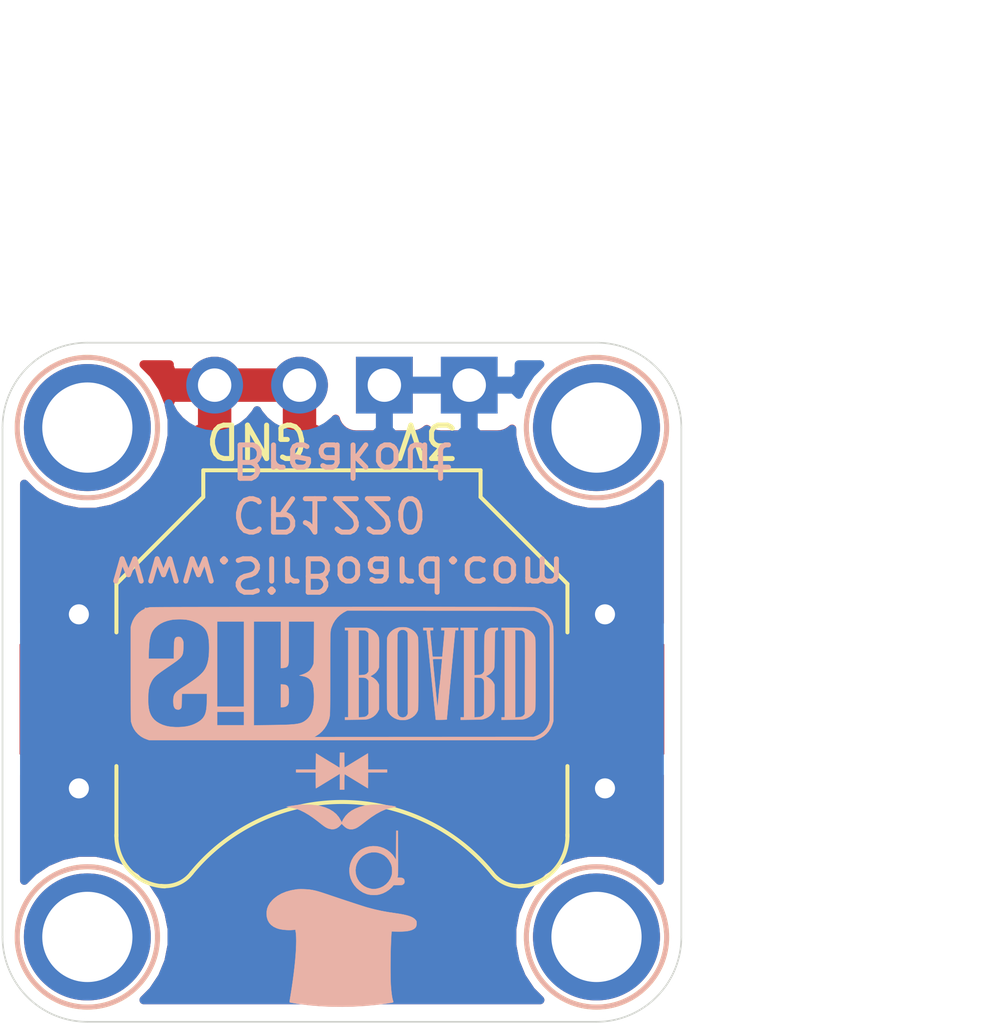
<source format=kicad_pcb>
(kicad_pcb (version 20171130) (host pcbnew "(5.1.2)-2")

  (general
    (thickness 1.6)
    (drawings 17)
    (tracks 16)
    (zones 0)
    (modules 8)
    (nets 3)
  )

  (page User 132.004 102.006)
  (title_block
    (title "CR1220 Breakout")
    (date 2019-10-26)
    (rev 1)
    (company SirBoard)
    (comment 1 "Keystone 3000")
    (comment 2 "DIP 2.54mm")
  )

  (layers
    (0 F.Cu signal)
    (31 B.Cu signal)
    (32 B.Adhes user hide)
    (33 F.Adhes user hide)
    (34 B.Paste user hide)
    (35 F.Paste user hide)
    (36 B.SilkS user)
    (37 F.SilkS user)
    (38 B.Mask user hide)
    (39 F.Mask user hide)
    (40 Dwgs.User user)
    (41 Cmts.User user hide)
    (42 Eco1.User user hide)
    (43 Eco2.User user hide)
    (44 Edge.Cuts user)
    (45 Margin user hide)
    (46 B.CrtYd user hide)
    (47 F.CrtYd user hide)
    (48 B.Fab user hide)
    (49 F.Fab user hide)
  )

  (setup
    (last_trace_width 0.127)
    (user_trace_width 0.2)
    (user_trace_width 0.25)
    (user_trace_width 0.3)
    (user_trace_width 0.4)
    (user_trace_width 0.45)
    (user_trace_width 0.5)
    (user_trace_width 0.6)
    (user_trace_width 0.7)
    (user_trace_width 0.8)
    (user_trace_width 0.9)
    (user_trace_width 1)
    (trace_clearance 0.127)
    (zone_clearance 0.5)
    (zone_45_only no)
    (trace_min 0.127)
    (via_size 0.6)
    (via_drill 0.3)
    (via_min_size 0.6)
    (via_min_drill 0.3)
    (user_via 0.8 0.4)
    (user_via 1 0.6)
    (uvia_size 0.4)
    (uvia_drill 0.2)
    (uvias_allowed no)
    (uvia_min_size 0.4)
    (uvia_min_drill 0.1)
    (edge_width 0.05)
    (segment_width 0.2)
    (pcb_text_width 0.3)
    (pcb_text_size 1.5 1.5)
    (mod_edge_width 0.12)
    (mod_text_size 1 1)
    (mod_text_width 0.15)
    (pad_size 1.7 1.7)
    (pad_drill 1)
    (pad_to_mask_clearance 0)
    (solder_mask_min_width 0.1)
    (aux_axis_origin 0 0)
    (visible_elements 7FFFFFFF)
    (pcbplotparams
      (layerselection 0x010fc_ffffffff)
      (usegerberextensions false)
      (usegerberattributes false)
      (usegerberadvancedattributes false)
      (creategerberjobfile false)
      (excludeedgelayer true)
      (linewidth 0.100000)
      (plotframeref false)
      (viasonmask false)
      (mode 1)
      (useauxorigin false)
      (hpglpennumber 1)
      (hpglpenspeed 20)
      (hpglpendiameter 15.000000)
      (psnegative false)
      (psa4output false)
      (plotreference true)
      (plotvalue true)
      (plotinvisibletext false)
      (padsonsilk false)
      (subtractmaskfromsilk false)
      (outputformat 1)
      (mirror false)
      (drillshape 1)
      (scaleselection 1)
      (outputdirectory ""))
  )

  (net 0 "")
  (net 1 GND)
  (net 2 +3V0)

  (net_class Default "This is the default net class."
    (clearance 0.127)
    (trace_width 0.127)
    (via_dia 0.6)
    (via_drill 0.3)
    (uvia_dia 0.4)
    (uvia_drill 0.2)
    (add_net +3V0)
    (add_net GND)
  )

  (module logo:SirBoard127x40 (layer B.Cu) (tedit 0) (tstamp 5DB47472)
    (at 65.405 38.735)
    (fp_text reference G*** (at 0 0) (layer B.SilkS) hide
      (effects (font (size 1.524 1.524) (thickness 0.3)) (justify mirror))
    )
    (fp_text value LOGO (at 0.75 0) (layer B.SilkS) hide
      (effects (font (size 1.524 1.524) (thickness 0.3)) (justify mirror))
    )
    (fp_poly (pts (xy -1.722409 0.993884) (xy -1.672763 0.976768) (xy -1.63482 0.94837) (xy -1.608753 0.908795)
      (xy -1.601371 0.888811) (xy -1.597532 0.867253) (xy -1.594386 0.832407) (xy -1.591959 0.787357)
      (xy -1.590276 0.735186) (xy -1.58936 0.67898) (xy -1.589236 0.621823) (xy -1.589929 0.5668)
      (xy -1.591463 0.516994) (xy -1.593863 0.475491) (xy -1.597153 0.445376) (xy -1.597819 0.441522)
      (xy -1.61107 0.397181) (xy -1.633009 0.364088) (xy -1.665223 0.341088) (xy -1.709302 0.327025)
      (xy -1.763661 0.320889) (xy -1.827161 0.317813) (xy -1.827161 0.999613) (xy -1.783584 0.999613)
      (xy -1.722409 0.993884)) (layer B.SilkS) (width 0.01))
    (fp_poly (pts (xy 5.094339 1.374251) (xy 5.179061 1.373048) (xy 5.249057 1.371779) (xy 5.305986 1.370365)
      (xy 5.35151 1.368727) (xy 5.387287 1.366784) (xy 5.414979 1.364458) (xy 5.436246 1.36167)
      (xy 5.452749 1.358339) (xy 5.458351 1.356848) (xy 5.540662 1.326325) (xy 5.614239 1.284943)
      (xy 5.677525 1.234053) (xy 5.728964 1.175009) (xy 5.766999 1.109164) (xy 5.779204 1.078041)
      (xy 5.781207 1.071092) (xy 5.783005 1.062161) (xy 5.784609 1.050382) (xy 5.786031 1.034895)
      (xy 5.787281 1.014835) (xy 5.78837 0.98934) (xy 5.789309 0.957547) (xy 5.790109 0.918593)
      (xy 5.79078 0.871616) (xy 5.791334 0.815752) (xy 5.791781 0.750138) (xy 5.792132 0.673912)
      (xy 5.792399 0.586211) (xy 5.792591 0.486171) (xy 5.79272 0.372931) (xy 5.792797 0.245626)
      (xy 5.792833 0.103395) (xy 5.792839 -0.004273) (xy 5.792833 -0.156459) (xy 5.792806 -0.293133)
      (xy 5.792745 -0.415175) (xy 5.792637 -0.523459) (xy 5.79247 -0.618863) (xy 5.79223 -0.702264)
      (xy 5.791906 -0.774538) (xy 5.791484 -0.836562) (xy 5.790951 -0.889212) (xy 5.790294 -0.933366)
      (xy 5.789502 -0.969901) (xy 5.78856 -0.999692) (xy 5.787456 -1.023617) (xy 5.786177 -1.042552)
      (xy 5.784711 -1.057374) (xy 5.783045 -1.06896) (xy 5.781166 -1.078187) (xy 5.77906 -1.085931)
      (xy 5.776941 -1.092417) (xy 5.746308 -1.157254) (xy 5.701732 -1.21716) (xy 5.645362 -1.270303)
      (xy 5.579345 -1.314852) (xy 5.505831 -1.348972) (xy 5.458772 -1.363741) (xy 5.443063 -1.367134)
      (xy 5.423588 -1.369895) (xy 5.398651 -1.372083) (xy 5.366559 -1.373756) (xy 5.325615 -1.374975)
      (xy 5.274126 -1.375799) (xy 5.210397 -1.376286) (xy 5.132732 -1.376496) (xy 5.093156 -1.376516)
      (xy 4.776839 -1.376516) (xy 4.776839 -1.30411) (xy 5.186517 -1.30411) (xy 5.288205 -1.301394)
      (xy 5.330805 -1.300098) (xy 5.360552 -1.298405) (xy 5.380977 -1.29558) (xy 5.395609 -1.29089)
      (xy 5.407979 -1.2836) (xy 5.420488 -1.273891) (xy 5.443018 -1.252073) (xy 5.462133 -1.22768)
      (xy 5.466358 -1.220633) (xy 5.468447 -1.216296) (xy 5.470333 -1.210922) (xy 5.472026 -1.203711)
      (xy 5.473535 -1.193861) (xy 5.474867 -1.180571) (xy 5.476031 -1.163041) (xy 5.477037 -1.140469)
      (xy 5.477893 -1.112054) (xy 5.478606 -1.076995) (xy 5.479187 -1.034492) (xy 5.479642 -0.983743)
      (xy 5.479982 -0.923948) (xy 5.480215 -0.854304) (xy 5.480349 -0.774012) (xy 5.480393 -0.682269)
      (xy 5.480355 -0.578276) (xy 5.480244 -0.461231) (xy 5.480069 -0.330333) (xy 5.479838 -0.184781)
      (xy 5.47956 -0.023775) (xy 5.479511 0.004097) (xy 5.477388 1.200355) (xy 5.454197 1.230668)
      (xy 5.427387 1.258682) (xy 5.394559 1.278743) (xy 5.352859 1.291951) (xy 5.299434 1.299404)
      (xy 5.271153 1.301158) (xy 5.186517 1.304922) (xy 5.186517 -1.30411) (xy 4.776839 -1.30411)
      (xy 4.776839 -1.302774) (xy 4.875162 -1.302774) (xy 4.875162 1.302774) (xy 4.776839 1.302774)
      (xy 4.776839 1.378352) (xy 5.094339 1.374251)) (layer B.SilkS) (width 0.01))
    (fp_poly (pts (xy 3.8735 1.374251) (xy 3.958223 1.373048) (xy 4.028218 1.371779) (xy 4.085148 1.370365)
      (xy 4.130671 1.368727) (xy 4.166448 1.366784) (xy 4.19414 1.364458) (xy 4.215407 1.36167)
      (xy 4.23191 1.358339) (xy 4.237513 1.356848) (xy 4.319944 1.326293) (xy 4.393541 1.284905)
      (xy 4.456781 1.234012) (xy 4.50814 1.174946) (xy 4.546096 1.109038) (xy 4.558847 1.076151)
      (xy 4.562272 1.064373) (xy 4.565064 1.050686) (xy 4.567272 1.033473) (xy 4.568943 1.011117)
      (xy 4.570123 0.982001) (xy 4.570861 0.944509) (xy 4.571203 0.897024) (xy 4.571197 0.837927)
      (xy 4.570891 0.765604) (xy 4.570362 0.682861) (xy 4.567904 0.331839) (xy 4.541328 0.277522)
      (xy 4.509066 0.226238) (xy 4.465028 0.177009) (xy 4.413673 0.134152) (xy 4.360739 0.102589)
      (xy 4.335337 0.089771) (xy 4.317085 0.079121) (xy 4.309815 0.072883) (xy 4.309807 0.072776)
      (xy 4.316668 0.06649) (xy 4.333281 0.058973) (xy 4.334291 0.058616) (xy 4.373876 0.039662)
      (xy 4.417243 0.010522) (xy 4.459654 -0.024993) (xy 4.496373 -0.063071) (xy 4.514024 -0.086032)
      (xy 4.524546 -0.101264) (xy 4.5336 -0.114762) (xy 4.541306 -0.127828) (xy 4.547782 -0.141759)
      (xy 4.553149 -0.157857) (xy 4.557525 -0.177421) (xy 4.561031 -0.20175) (xy 4.563785 -0.232145)
      (xy 4.565906 -0.269905) (xy 4.567516 -0.31633) (xy 4.568732 -0.37272) (xy 4.569675 -0.440375)
      (xy 4.570463 -0.520594) (xy 4.571217 -0.614677) (xy 4.572 -0.716935) (xy 4.572854 -0.824959)
      (xy 4.573659 -0.917811) (xy 4.574499 -0.996706) (xy 4.575461 -1.062859) (xy 4.576629 -1.117486)
      (xy 4.578088 -1.1618) (xy 4.579922 -1.197018) (xy 4.582219 -1.224353) (xy 4.585061 -1.245021)
      (xy 4.588534 -1.260237) (xy 4.592723 -1.271215) (xy 4.597714 -1.279171) (xy 4.603591 -1.285319)
      (xy 4.610439 -1.290874) (xy 4.612258 -1.292271) (xy 4.630185 -1.29998) (xy 4.647791 -1.302513)
      (xy 4.661563 -1.303919) (xy 4.668155 -1.31066) (xy 4.670192 -1.327154) (xy 4.670323 -1.340413)
      (xy 4.670323 -1.378052) (xy 4.553565 -1.374686) (xy 4.504226 -1.372892) (xy 4.467846 -1.370488)
      (xy 4.440998 -1.36701) (xy 4.420256 -1.361995) (xy 4.402193 -1.35498) (xy 4.399936 -1.353932)
      (xy 4.353046 -1.32439) (xy 4.316777 -1.284492) (xy 4.290502 -1.23318) (xy 4.273593 -1.169399)
      (xy 4.268444 -1.132402) (xy 4.267076 -1.111204) (xy 4.265783 -1.075321) (xy 4.264589 -1.026456)
      (xy 4.263516 -0.96631) (xy 4.262589 -0.896587) (xy 4.261829 -0.818989) (xy 4.261261 -0.735218)
      (xy 4.260907 -0.646976) (xy 4.260791 -0.569007) (xy 4.260646 -0.07695) (xy 4.236994 -0.039656)
      (xy 4.213452 -0.009752) (xy 4.184585 0.011969) (xy 4.147607 0.026685) (xy 4.099733 0.035577)
      (xy 4.050314 0.039352) (xy 3.965678 0.043116) (xy 3.965678 -1.302774) (xy 4.064 -1.302774)
      (xy 4.064 -1.376516) (xy 3.556 -1.376516) (xy 3.556 -1.302774) (xy 3.654323 -1.302774)
      (xy 3.654323 0.113373) (xy 3.965678 0.113373) (xy 4.067366 0.11609) (xy 4.109967 0.117385)
      (xy 4.139714 0.119079) (xy 4.160138 0.121903) (xy 4.17477 0.126594) (xy 4.18714 0.133884)
      (xy 4.199649 0.143593) (xy 4.212053 0.153438) (xy 4.222667 0.162209) (xy 4.231623 0.171196)
      (xy 4.239056 0.181686) (xy 4.245099 0.194967) (xy 4.249887 0.212327) (xy 4.253552 0.235054)
      (xy 4.256228 0.264436) (xy 4.258049 0.301762) (xy 4.25915 0.348318) (xy 4.259662 0.405395)
      (xy 4.259721 0.474278) (xy 4.25946 0.556257) (xy 4.259012 0.65262) (xy 4.258731 0.712839)
      (xy 4.256549 1.200355) (xy 4.233359 1.230668) (xy 4.206548 1.258682) (xy 4.17372 1.278743)
      (xy 4.13202 1.291951) (xy 4.078595 1.299404) (xy 4.050314 1.301158) (xy 3.965678 1.304922)
      (xy 3.965678 0.113373) (xy 3.654323 0.113373) (xy 3.654323 1.302774) (xy 3.556 1.302774)
      (xy 3.556 1.378352) (xy 3.8735 1.374251)) (layer B.SilkS) (width 0.01))
    (fp_poly (pts (xy 2.910579 1.37733) (xy 2.954061 1.376877) (xy 2.998862 1.376062) (xy 3.041996 1.374941)
      (xy 3.080473 1.373566) (xy 3.111306 1.371991) (xy 3.131505 1.370269) (xy 3.138129 1.368591)
      (xy 3.138891 1.359155) (xy 3.141111 1.334464) (xy 3.144687 1.295573) (xy 3.14952 1.243539)
      (xy 3.155509 1.179419) (xy 3.162554 1.104269) (xy 3.170555 1.019146) (xy 3.179411 0.925107)
      (xy 3.189023 0.823209) (xy 3.199289 0.714508) (xy 3.21011 0.600061) (xy 3.221384 0.480924)
      (xy 3.233013 0.358154) (xy 3.244895 0.232809) (xy 3.25693 0.105944) (xy 3.269018 -0.021384)
      (xy 3.281059 -0.148118) (xy 3.292952 -0.273202) (xy 3.304598 -0.395578) (xy 3.315894 -0.51419)
      (xy 3.326743 -0.627982) (xy 3.337042 -0.735896) (xy 3.346692 -0.836877) (xy 3.355592 -0.929867)
      (xy 3.363643 -1.013809) (xy 3.370743 -1.087648) (xy 3.376793 -1.150326) (xy 3.381692 -1.200786)
      (xy 3.38534 -1.237973) (xy 3.387636 -1.260829) (xy 3.388414 -1.267951) (xy 3.393134 -1.302774)
      (xy 3.482258 -1.302774) (xy 3.482258 -1.376516) (xy 2.974258 -1.376516) (xy 2.974258 -1.302774)
      (xy 3.02342 -1.302774) (xy 3.050633 -1.302434) (xy 3.065321 -1.300165) (xy 3.071347 -1.294096)
      (xy 3.072572 -1.282353) (xy 3.072581 -1.278942) (xy 3.071849 -1.265935) (xy 3.069754 -1.23841)
      (xy 3.066451 -1.198166) (xy 3.062096 -1.147001) (xy 3.056841 -1.086714) (xy 3.050842 -1.019103)
      (xy 3.044253 -0.945967) (xy 3.039807 -0.897193) (xy 3.032939 -0.82184) (xy 3.026559 -0.751176)
      (xy 3.020821 -0.686946) (xy 3.015878 -0.630898) (xy 3.011884 -0.584778) (xy 3.008991 -0.550332)
      (xy 3.007352 -0.529308) (xy 3.007033 -0.523639) (xy 3.006177 -0.518074) (xy 3.002132 -0.514011)
      (xy 2.992678 -0.511216) (xy 2.975598 -0.509452) (xy 2.948671 -0.508485) (xy 2.90968 -0.508079)
      (xy 2.859549 -0.508) (xy 2.812435 -0.508267) (xy 2.771549 -0.509008) (xy 2.739475 -0.510135)
      (xy 2.718799 -0.51156) (xy 2.712065 -0.513072) (xy 2.711282 -0.522018) (xy 2.709039 -0.545627)
      (xy 2.705497 -0.582252) (xy 2.700818 -0.630249) (xy 2.695161 -0.687972) (xy 2.688688 -0.753777)
      (xy 2.681559 -0.826017) (xy 2.675194 -0.89035) (xy 2.667607 -0.967374) (xy 2.660545 -1.039889)
      (xy 2.654173 -1.10616) (xy 2.648654 -1.164455) (xy 2.644149 -1.213038) (xy 2.640822 -1.250176)
      (xy 2.638837 -1.274136) (xy 2.638323 -1.282665) (xy 2.639544 -1.294186) (xy 2.645876 -1.300186)
      (xy 2.661325 -1.30245) (xy 2.683388 -1.302774) (xy 2.728452 -1.302774) (xy 2.728452 -1.376516)
      (xy 2.433484 -1.376516) (xy 2.433484 -1.303556) (xy 2.484394 -1.301117) (xy 2.535303 -1.298677)
      (xy 2.624458 -0.428113) (xy 2.720028 -0.428113) (xy 2.721352 -0.433341) (xy 2.726632 -0.437126)
      (xy 2.738123 -0.439697) (xy 2.758077 -0.441283) (xy 2.78875 -0.442115) (xy 2.832393 -0.442423)
      (xy 2.860677 -0.442451) (xy 3.001095 -0.442451) (xy 2.996341 -0.399435) (xy 2.994623 -0.382169)
      (xy 2.991671 -0.350522) (xy 2.987659 -0.306439) (xy 2.98276 -0.251865) (xy 2.977149 -0.188746)
      (xy 2.971 -0.119027) (xy 2.964486 -0.044654) (xy 2.960954 -0.004097) (xy 2.954387 0.070163)
      (xy 2.948061 0.139284) (xy 2.942147 0.201578) (xy 2.936815 0.255354) (xy 2.932235 0.298922)
      (xy 2.928578 0.330592) (xy 2.926013 0.348674) (xy 2.925043 0.352323) (xy 2.9232 0.361121)
      (xy 2.920183 0.384479) (xy 2.916171 0.420625) (xy 2.911345 0.467787) (xy 2.905883 0.524193)
      (xy 2.899966 0.588072) (xy 2.893774 0.657652) (xy 2.892006 0.678016) (xy 2.885792 0.748683)
      (xy 2.879831 0.813979) (xy 2.874298 0.872162) (xy 2.869369 0.92149) (xy 2.865219 0.960221)
      (xy 2.862024 0.986613) (xy 2.859959 0.998925) (xy 2.859594 0.999613) (xy 2.858299 0.991693)
      (xy 2.855596 0.968883) (xy 2.851625 0.932606) (xy 2.846525 0.884286) (xy 2.840435 0.825345)
      (xy 2.833494 0.757208) (xy 2.825841 0.681299) (xy 2.817616 0.59904) (xy 2.808958 0.511855)
      (xy 2.800006 0.421168) (xy 2.790898 0.328402) (xy 2.781775 0.234981) (xy 2.772775 0.142328)
      (xy 2.764038 0.051866) (xy 2.755702 -0.03498) (xy 2.747907 -0.116787) (xy 2.740792 -0.192132)
      (xy 2.734496 -0.259591) (xy 2.729158 -0.317741) (xy 2.724918 -0.365158) (xy 2.721914 -0.400419)
      (xy 2.720286 -0.4221) (xy 2.720028 -0.428113) (xy 2.624458 -0.428113) (xy 2.672078 0.036871)
      (xy 2.687059 0.183122) (xy 2.70159 0.324919) (xy 2.715584 0.461409) (xy 2.728953 0.591738)
      (xy 2.741608 0.71505) (xy 2.753463 0.830493) (xy 2.764429 0.93721) (xy 2.774418 1.034349)
      (xy 2.783342 1.121055) (xy 2.791115 1.196474) (xy 2.797647 1.259752) (xy 2.802851 1.310033)
      (xy 2.806639 1.346464) (xy 2.808924 1.368191) (xy 2.80962 1.374468) (xy 2.817938 1.375992)
      (xy 2.839529 1.376941) (xy 2.871406 1.377369) (xy 2.910579 1.37733)) (layer B.SilkS) (width 0.01))
    (fp_poly (pts (xy 0.407629 1.374251) (xy 0.489831 1.373151) (xy 0.557466 1.372049) (xy 0.612354 1.370845)
      (xy 0.656316 1.369443) (xy 0.691173 1.367745) (xy 0.718743 1.365652) (xy 0.740847 1.363066)
      (xy 0.759306 1.359891) (xy 0.77594 1.356027) (xy 0.783312 1.354038) (xy 0.864785 1.323993)
      (xy 0.938017 1.282221) (xy 1.001136 1.23017) (xy 1.05227 1.169289) (xy 1.07809 1.125873)
      (xy 1.110226 1.062548) (xy 1.110226 0.331839) (xy 1.083651 0.277522) (xy 1.051388 0.226238)
      (xy 1.007351 0.177009) (xy 0.955995 0.134152) (xy 0.903062 0.102589) (xy 0.877694 0.089952)
      (xy 0.859472 0.079747) (xy 0.852207 0.074116) (xy 0.852199 0.074023) (xy 0.858933 0.06838)
      (xy 0.876673 0.057466) (xy 0.901829 0.043466) (xy 0.906524 0.040968) (xy 0.968244 0.001111)
      (xy 1.02227 -0.048086) (xy 1.065231 -0.103248) (xy 1.083615 -0.13636) (xy 1.110226 -0.192548)
      (xy 1.112558 -0.617695) (xy 1.113037 -0.713518) (xy 1.113315 -0.794387) (xy 1.113356 -0.861733)
      (xy 1.113126 -0.91699) (xy 1.112591 -0.961588) (xy 1.111717 -0.996961) (xy 1.110467 -1.024539)
      (xy 1.108809 -1.045756) (xy 1.106707 -1.062043) (xy 1.104128 -1.074832) (xy 1.101307 -1.084727)
      (xy 1.071326 -1.151435) (xy 1.027318 -1.212763) (xy 0.971219 -1.267036) (xy 0.904963 -1.312577)
      (xy 0.830489 -1.347711) (xy 0.778506 -1.364195) (xy 0.762922 -1.367473) (xy 0.74286 -1.370144)
      (xy 0.716686 -1.372264) (xy 0.682767 -1.373888) (xy 0.639469 -1.375069) (xy 0.585159 -1.375863)
      (xy 0.518204 -1.376324) (xy 0.436969 -1.376507) (xy 0.410544 -1.376516) (xy 0.090129 -1.376516)
      (xy 0.090129 -1.302774) (xy 0.188452 -1.302774) (xy 0.499807 -1.302774) (xy 0.591446 -1.302774)
      (xy 0.635147 -1.302234) (xy 0.666631 -1.300248) (xy 0.690043 -1.296264) (xy 0.709528 -1.289732)
      (xy 0.717788 -1.285974) (xy 0.745362 -1.268189) (xy 0.770638 -1.244932) (xy 0.775681 -1.238862)
      (xy 0.798871 -1.208548) (xy 0.798871 -0.068448) (xy 0.77688 -0.035217) (xy 0.753299 -0.006943)
      (xy 0.723749 0.013664) (xy 0.685584 0.027651) (xy 0.636159 0.036066) (xy 0.588344 0.039425)
      (xy 0.499807 0.043073) (xy 0.499807 -1.302774) (xy 0.188452 -1.302774) (xy 0.188452 0.11471)
      (xy 0.499807 0.11471) (xy 0.591446 0.11471) (xy 0.635147 0.115249) (xy 0.666631 0.117236)
      (xy 0.690043 0.12122) (xy 0.709528 0.127752) (xy 0.717788 0.131509) (xy 0.745362 0.149295)
      (xy 0.770638 0.172552) (xy 0.775681 0.178622) (xy 0.798871 0.208936) (xy 0.798871 1.193358)
      (xy 0.77688 1.22659) (xy 0.753299 1.254864) (xy 0.723749 1.27547) (xy 0.685584 1.289457)
      (xy 0.636159 1.297872) (xy 0.588344 1.301231) (xy 0.499807 1.304879) (xy 0.499807 0.11471)
      (xy 0.188452 0.11471) (xy 0.188452 1.302774) (xy 0.090129 1.302774) (xy 0.090129 1.378238)
      (xy 0.407629 1.374251)) (layer B.SilkS) (width 0.01))
    (fp_poly (pts (xy 1.868266 1.383487) (xy 1.929715 1.376015) (xy 1.959937 1.369014) (xy 2.03776 1.339868)
      (xy 2.108473 1.299748) (xy 2.170068 1.250392) (xy 2.220537 1.193538) (xy 2.257873 1.130924)
      (xy 2.270102 1.100611) (xy 2.272407 1.093509) (xy 2.274477 1.085722) (xy 2.276326 1.076382)
      (xy 2.277966 1.064619) (xy 2.27941 1.049564) (xy 2.28067 1.030348) (xy 2.281758 1.006101)
      (xy 2.282687 0.975954) (xy 2.28347 0.939039) (xy 2.284119 0.894485) (xy 2.284647 0.841424)
      (xy 2.285066 0.778987) (xy 2.285388 0.706303) (xy 2.285627 0.622504) (xy 2.285794 0.526721)
      (xy 2.285903 0.418084) (xy 2.285965 0.295724) (xy 2.285993 0.158772) (xy 2.286 0.006359)
      (xy 2.286 -0.004097) (xy 2.285994 -0.157544) (xy 2.285968 -0.295474) (xy 2.285908 -0.418755)
      (xy 2.285803 -0.528257) (xy 2.28564 -0.624849) (xy 2.285406 -0.7094) (xy 2.28509 -0.782779)
      (xy 2.284678 -0.845856) (xy 2.284157 -0.8995) (xy 2.283516 -0.944579) (xy 2.282743 -0.981965)
      (xy 2.281823 -1.012524) (xy 2.280745 -1.037128) (xy 2.279497 -1.056644) (xy 2.278066 -1.071943)
      (xy 2.276439 -1.083894) (xy 2.274604 -1.093365) (xy 2.272548 -1.101226) (xy 2.270259 -1.108347)
      (xy 2.270102 -1.108804) (xy 2.239469 -1.173641) (xy 2.194893 -1.233547) (xy 2.138523 -1.286691)
      (xy 2.072506 -1.331239) (xy 1.998992 -1.36536) (xy 1.951934 -1.380128) (xy 1.907683 -1.387938)
      (xy 1.853964 -1.391917) (xy 1.796495 -1.392128) (xy 1.740996 -1.388635) (xy 1.693183 -1.3815)
      (xy 1.675581 -1.377083) (xy 1.595929 -1.347336) (xy 1.527495 -1.308206) (xy 1.466814 -1.257594)
      (xy 1.449997 -1.24028) (xy 1.413829 -1.197538) (xy 1.387654 -1.156269) (xy 1.367319 -1.10967)
      (xy 1.363186 -1.097935) (xy 1.36095 -1.090843) (xy 1.358942 -1.082809) (xy 1.35715 -1.072963)
      (xy 1.355561 -1.060433) (xy 1.354163 -1.044346) (xy 1.352945 -1.02383) (xy 1.351894 -0.998013)
      (xy 1.350997 -0.966024) (xy 1.350243 -0.926991) (xy 1.349618 -0.88004) (xy 1.349112 -0.824301)
      (xy 1.348711 -0.758901) (xy 1.348404 -0.682969) (xy 1.348179 -0.595631) (xy 1.348022 -0.496017)
      (xy 1.347922 -0.383254) (xy 1.347899 -0.329962) (xy 1.65659 -0.329962) (xy 1.656601 -0.483878)
      (xy 1.656757 -0.623149) (xy 1.657058 -0.747581) (xy 1.657502 -0.85698) (xy 1.658089 -0.951152)
      (xy 1.658817 -1.029902) (xy 1.659686 -1.093038) (xy 1.660694 -1.140364) (xy 1.66184 -1.171689)
      (xy 1.663097 -1.186669) (xy 1.67171 -1.21771) (xy 1.684352 -1.246512) (xy 1.691533 -1.257867)
      (xy 1.725779 -1.290084) (xy 1.768003 -1.310337) (xy 1.814421 -1.31807) (xy 1.861251 -1.312728)
      (xy 1.904706 -1.293757) (xy 1.91034 -1.289958) (xy 1.934099 -1.269433) (xy 1.954057 -1.246012)
      (xy 1.959459 -1.237353) (xy 1.961533 -1.232972) (xy 1.96341 -1.227479) (xy 1.965099 -1.220074)
      (xy 1.96661 -1.209958) (xy 1.967952 -1.196332) (xy 1.969137 -1.178396) (xy 1.970173 -1.15535)
      (xy 1.971071 -1.126396) (xy 1.97184 -1.090733) (xy 1.972491 -1.047562) (xy 1.973033 -0.996084)
      (xy 1.973476 -0.935499) (xy 1.97383 -0.865008) (xy 1.974105 -0.783811) (xy 1.97431 -0.691108)
      (xy 1.974457 -0.586101) (xy 1.974553 -0.46799) (xy 1.97461 -0.335974) (xy 1.974638 -0.189256)
      (xy 1.974646 -0.027035) (xy 1.974646 1.191085) (xy 1.957266 1.226986) (xy 1.930917 1.265937)
      (xy 1.895531 1.291722) (xy 1.850222 1.304852) (xy 1.818968 1.306871) (xy 1.768176 1.301176)
      (xy 1.727797 1.283424) (xy 1.696148 1.252615) (xy 1.678622 1.223428) (xy 1.659194 1.183968)
      (xy 1.657008 0.021032) (xy 1.656725 -0.161593) (xy 1.65659 -0.329962) (xy 1.347899 -0.329962)
      (xy 1.347866 -0.256471) (xy 1.347843 -0.114795) (xy 1.347839 -0.004097) (xy 1.347846 0.148685)
      (xy 1.347876 0.285951) (xy 1.34794 0.408575) (xy 1.348052 0.517429) (xy 1.348223 0.613385)
      (xy 1.348467 0.697316) (xy 1.348795 0.770093) (xy 1.349219 0.83259) (xy 1.349753 0.885678)
      (xy 1.350409 0.93023) (xy 1.351199 0.967119) (xy 1.352136 0.997216) (xy 1.353231 1.021394)
      (xy 1.354497 1.040525) (xy 1.355948 1.055481) (xy 1.357594 1.067136) (xy 1.359449 1.076361)
      (xy 1.361525 1.084028) (xy 1.363393 1.089742) (xy 1.396198 1.160239) (xy 1.442819 1.223923)
      (xy 1.501575 1.279311) (xy 1.570786 1.324921) (xy 1.648771 1.35927) (xy 1.679736 1.36889)
      (xy 1.736798 1.379922) (xy 1.801801 1.384789) (xy 1.868266 1.383487)) (layer B.SilkS) (width 0.01))
    (fp_poly (pts (xy 5.846097 1.964561) (xy 5.946902 1.921815) (xy 6.038243 1.866001) (xy 6.119325 1.797957)
      (xy 6.189355 1.718523) (xy 6.247539 1.628537) (xy 6.293082 1.528837) (xy 6.311568 1.473216)
      (xy 6.329075 1.413387) (xy 6.33157 0.032774) (xy 6.33189 -0.169034) (xy 6.332089 -0.354688)
      (xy 6.332168 -0.524424) (xy 6.332124 -0.678473) (xy 6.331958 -0.817071) (xy 6.331667 -0.940449)
      (xy 6.331251 -1.048842) (xy 6.330709 -1.142484) (xy 6.330039 -1.221608) (xy 6.329242 -1.286447)
      (xy 6.328315 -1.337236) (xy 6.327258 -1.374207) (xy 6.32607 -1.397595) (xy 6.325295 -1.405193)
      (xy 6.301545 -1.506954) (xy 6.262464 -1.603706) (xy 6.208667 -1.694217) (xy 6.140769 -1.777252)
      (xy 6.138624 -1.779506) (xy 6.060349 -1.851401) (xy 5.976729 -1.908269) (xy 5.886064 -1.951058)
      (xy 5.786654 -1.980717) (xy 5.772886 -1.983681) (xy 5.767803 -1.984667) (xy 5.762077 -1.98561)
      (xy 5.755345 -1.98651) (xy 5.747244 -1.987369) (xy 5.73741 -1.988187) (xy 5.72548 -1.988966)
      (xy 5.711092 -1.989706) (xy 5.69388 -1.990408) (xy 5.673483 -1.991074) (xy 5.649537 -1.991704)
      (xy 5.621678 -1.992299) (xy 5.589544 -1.99286) (xy 5.55277 -1.993387) (xy 5.510995 -1.993883)
      (xy 5.463854 -1.994348) (xy 5.410984 -1.994782) (xy 5.352022 -1.995187) (xy 5.286605 -1.995563)
      (xy 5.214369 -1.995912) (xy 5.134951 -1.996234) (xy 5.047987 -1.99653) (xy 4.953115 -1.996802)
      (xy 4.849972 -1.99705) (xy 4.738193 -1.997275) (xy 4.617416 -1.997479) (xy 4.487277 -1.997661)
      (xy 4.347413 -1.997823) (xy 4.19746 -1.997965) (xy 4.037057 -1.99809) (xy 3.865838 -1.998197)
      (xy 3.683441 -1.998288) (xy 3.489503 -1.998363) (xy 3.283659 -1.998424) (xy 3.065548 -1.998471)
      (xy 2.834806 -1.998506) (xy 2.591069 -1.998528) (xy 2.333974 -1.99854) (xy 2.063157 -1.998542)
      (xy 1.778257 -1.998535) (xy 1.478908 -1.99852) (xy 1.164748 -1.998497) (xy 0.835415 -1.998469)
      (xy 0.490543 -1.998435) (xy 0.12977 -1.998396) (xy 0.004097 -1.998383) (xy -0.368068 -1.998338)
      (xy -0.72419 -1.998288) (xy -1.064611 -1.998231) (xy -1.389675 -1.998166) (xy -1.699724 -1.998094)
      (xy -1.995102 -1.998013) (xy -2.276152 -1.997922) (xy -2.543217 -1.997821) (xy -2.796641 -1.99771)
      (xy -3.036766 -1.997586) (xy -3.263936 -1.99745) (xy -3.478494 -1.997301) (xy -3.680784 -1.997139)
      (xy -3.871147 -1.996962) (xy -4.049929 -1.996769) (xy -4.217471 -1.99656) (xy -4.374117 -1.996335)
      (xy -4.52021 -1.996093) (xy -4.656094 -1.995832) (xy -4.782111 -1.995552) (xy -4.898604 -1.995253)
      (xy -5.005918 -1.994933) (xy -5.104395 -1.994592) (xy -5.194378 -1.99423) (xy -5.276211 -1.993844)
      (xy -5.350236 -1.993436) (xy -5.416797 -1.993004) (xy -5.476237 -1.992547) (xy -5.5289 -1.992065)
      (xy -5.575128 -1.991556) (xy -5.615264 -1.991021) (xy -5.649652 -1.990458) (xy -5.678636 -1.989866)
      (xy -5.702557 -1.989246) (xy -5.72176 -1.988596) (xy -5.736588 -1.987916) (xy -5.747383 -1.987204)
      (xy -5.75449 -1.98646) (xy -5.755967 -1.986228) (xy -5.789431 -1.979748) (xy -5.818607 -1.973042)
      (xy -5.838086 -1.967375) (xy -5.840337 -1.96648) (xy -5.857912 -1.959909) (xy -5.866133 -1.958939)
      (xy -5.86234 -1.963683) (xy -5.859368 -1.965672) (xy -5.85641 -1.970516) (xy -5.869004 -1.971735)
      (xy -5.873142 -1.971573) (xy -5.89298 -1.968729) (xy -5.904685 -1.963852) (xy -5.904297 -1.960739)
      (xy -5.897885 -1.96248) (xy -5.884235 -1.963141) (xy -5.879923 -1.95996) (xy -5.883832 -1.952579)
      (xy -5.899089 -1.942481) (xy -5.90982 -1.937319) (xy -5.998 -1.890244) (xy -6.078575 -1.829637)
      (xy -6.1502 -1.757109) (xy -6.211527 -1.674271) (xy -6.261213 -1.582735) (xy -6.297911 -1.484112)
      (xy -6.302791 -1.466645) (xy -6.321322 -1.397) (xy -6.321322 -0.004097) (xy -6.321315 0.173608)
      (xy -6.321287 0.33568) (xy -6.321232 0.482877) (xy -6.321141 0.615953) (xy -6.321024 0.721279)
      (xy -5.799271 0.721279) (xy -5.798506 0.686994) (xy -5.794826 0.597488) (xy -5.788602 0.521114)
      (xy -5.779191 0.454728) (xy -5.765951 0.395185) (xy -5.748238 0.339342) (xy -5.725409 0.284053)
      (xy -5.709157 0.250173) (xy -5.689702 0.213108) (xy -5.669606 0.179213) (xy -5.647595 0.147339)
      (xy -5.622399 0.116335) (xy -5.592745 0.08505) (xy -5.55736 0.052333) (xy -5.514974 0.017034)
      (xy -5.464313 -0.021998) (xy -5.404107 -0.065914) (xy -5.333081 -0.115865) (xy -5.249966 -0.173001)
      (xy -5.215193 -0.196669) (xy -5.12488 -0.258164) (xy -5.047197 -0.311766) (xy -4.981172 -0.358724)
      (xy -4.925835 -0.400286) (xy -4.880213 -0.437698) (xy -4.843336 -0.472209) (xy -4.814233 -0.505067)
      (xy -4.79193 -0.53752) (xy -4.775459 -0.570815) (xy -4.763846 -0.606199) (xy -4.756122 -0.644922)
      (xy -4.751313 -0.688231) (xy -4.74845 -0.737373) (xy -4.74656 -0.793596) (xy -4.74641 -0.798871)
      (xy -4.745035 -0.852598) (xy -4.744539 -0.893029) (xy -4.745127 -0.923238) (xy -4.747006 -0.946303)
      (xy -4.750382 -0.965299) (xy -4.755462 -0.983302) (xy -4.759609 -0.995459) (xy -4.774846 -1.029411)
      (xy -4.794001 -1.059796) (xy -4.804348 -1.071913) (xy -4.823307 -1.088391) (xy -4.842615 -1.097548)
      (xy -4.869205 -1.102253) (xy -4.880058 -1.10326) (xy -4.927532 -1.101582) (xy -4.964619 -1.087547)
      (xy -4.992116 -1.060774) (xy -5.000972 -1.045688) (xy -5.009587 -1.01879) (xy -5.016725 -0.975617)
      (xy -5.022381 -0.916215) (xy -5.026554 -0.84063) (xy -5.02924 -0.748909) (xy -5.030435 -0.641096)
      (xy -5.030484 -0.624758) (xy -5.030838 -0.450645) (xy -5.784645 -0.450645) (xy -5.784463 -0.522338)
      (xy -5.78369 -0.57878) (xy -5.781764 -0.642738) (xy -5.77888 -0.7109) (xy -5.775234 -0.779955)
      (xy -5.771021 -0.846589) (xy -5.766437 -0.907491) (xy -5.761677 -0.959348) (xy -5.756938 -0.998848)
      (xy -5.755935 -1.005436) (xy -5.738524 -1.095509) (xy -5.716776 -1.172306) (xy -5.689427 -1.238645)
      (xy -5.655209 -1.297346) (xy -5.612857 -1.351229) (xy -5.589567 -1.375907) (xy -5.513034 -1.443707)
      (xy -5.428632 -1.5004) (xy -5.334785 -1.546751) (xy -5.229921 -1.583524) (xy -5.112465 -1.611487)
      (xy -5.100483 -1.613734) (xy -5.048365 -1.620916) (xy -4.98462 -1.626009) (xy -4.913883 -1.628958)
      (xy -4.840788 -1.629708) (xy -4.769967 -1.628206) (xy -4.706056 -1.624397) (xy -4.658032 -1.618914)
      (xy -4.536558 -1.594795) (xy -4.42656 -1.561062) (xy -4.325599 -1.516758) (xy -4.231236 -1.460929)
      (xy -4.200783 -1.43956) (xy -4.148248 -1.396389) (xy -4.103656 -1.348638) (xy -4.066534 -1.294902)
      (xy -4.036408 -1.233774) (xy -4.012806 -1.163848) (xy -3.995253 -1.083715) (xy -3.983276 -0.991971)
      (xy -3.976403 -0.887209) (xy -3.97416 -0.768021) (xy -3.974159 -0.766097) (xy -3.977266 -0.630706)
      (xy -3.986859 -0.509328) (xy -4.003265 -0.400786) (xy -4.026812 -0.303907) (xy -4.057827 -0.217517)
      (xy -4.096638 -0.14044) (xy -4.143574 -0.071502) (xy -4.179693 -0.029321) (xy -4.231997 0.022853)
      (xy -4.294422 0.078013) (xy -4.367842 0.136816) (xy -4.453134 0.199922) (xy -4.551171 0.267987)
      (xy -4.662831 0.341671) (xy -4.730788 0.385097) (xy -4.803495 0.431868) (xy -4.863207 0.472318)
      (xy -4.911368 0.507874) (xy -4.949422 0.539964) (xy -4.978813 0.570017) (xy -5.000985 0.599461)
      (xy -5.017381 0.629723) (xy -5.029446 0.662233) (xy -5.036078 0.68705) (xy -5.043044 0.729438)
      (xy -5.046795 0.780273) (xy -5.047423 0.834703) (xy -5.045017 0.887879) (xy -5.039667 0.93495)
      (xy -5.031464 0.971065) (xy -5.03077 0.9731) (xy -5.011589 1.016364) (xy -4.988227 1.045603)
      (xy -4.958142 1.063097) (xy -4.921788 1.070835) (xy -4.892624 1.072662) (xy -4.872403 1.069783)
      (xy -4.854019 1.060808) (xy -4.847048 1.056204) (xy -4.832576 1.045675) (xy -4.821241 1.034875)
      (xy -4.812625 1.02172) (xy -4.80631 1.00413) (xy -4.801875 0.980022) (xy -4.798903 0.947313)
      (xy -4.796973 0.903921) (xy -4.795668 0.847764) (xy -4.794858 0.796823) (xy -4.791945 0.598129)
      (xy -4.037265 0.598129) (xy -4.041705 0.796823) (xy -4.04506 0.898267) (xy -4.050411 0.983226)
      (xy -3.736258 0.983226) (xy -3.736258 -1.564968) (xy -2.93329 -1.564968) (xy -2.638322 -1.564968)
      (xy -1.827161 -1.564968) (xy -1.827161 -0.169723) (xy -1.761946 -0.174193) (xy -1.708784 -0.18077)
      (xy -1.668937 -0.193148) (xy -1.639922 -0.212764) (xy -1.619257 -0.241059) (xy -1.610032 -0.262251)
      (xy -1.606992 -0.271108) (xy -1.604346 -0.280619) (xy -1.602061 -0.291942) (xy -1.600105 -0.306237)
      (xy -1.598445 -0.324662) (xy -1.59705 -0.348379) (xy -1.595887 -0.378545) (xy -1.594923 -0.416322)
      (xy -1.594127 -0.462867) (xy -1.593465 -0.519341) (xy -1.592907 -0.586904) (xy -1.592419 -0.666714)
      (xy -1.591969 -0.759931) (xy -1.591525 -0.867715) (xy -1.591262 -0.936113) (xy -1.588879 -1.564968)
      (xy -0.834889 -1.564968) (xy -0.837364 -0.944306) (xy -0.83783 -0.828782) (xy -0.838268 -0.728472)
      (xy -0.838714 -0.642205) (xy -0.839205 -0.568807) (xy -0.839777 -0.507107) (xy -0.840467 -0.455932)
      (xy -0.841311 -0.414111) (xy -0.842345 -0.380469) (xy -0.843606 -0.353836) (xy -0.845131 -0.333039)
      (xy -0.846956 -0.316905) (xy -0.849117 -0.304262) (xy -0.851651 -0.293938) (xy -0.854594 -0.28476)
      (xy -0.857983 -0.275556) (xy -0.858178 -0.27504) (xy -0.897039 -0.193004) (xy -0.947705 -0.120218)
      (xy -0.971204 -0.094018) (xy -1.012562 -0.059242) (xy -1.067202 -0.025709) (xy -1.132026 0.004942)
      (xy -1.203935 0.031069) (xy -1.212645 0.033748) (xy -1.274096 0.052291) (xy -1.211236 0.062146)
      (xy -1.129573 0.078978) (xy -1.061245 0.102144) (xy -1.004138 0.132518) (xy -0.962169 0.165274)
      (xy -0.9291 0.201361) (xy -0.901632 0.244209) (xy -0.879432 0.295196) (xy -0.86217 0.355696)
      (xy -0.849513 0.427087) (xy -0.841129 0.510744) (xy -0.836686 0.608044) (xy -0.835742 0.689697)
      (xy -0.83912 0.818433) (xy -0.849495 0.933254) (xy -0.867227 1.035229) (xy -0.892676 1.125425)
      (xy -0.926202 1.204912) (xy -0.968166 1.274756) (xy -1.018928 1.336028) (xy -1.069258 1.382162)
      (xy -1.098505 1.404866) (xy -1.127947 1.425126) (xy -1.158663 1.443094) (xy -1.191728 1.458922)
      (xy -1.228219 1.472762) (xy -1.269213 1.484766) (xy -1.315787 1.495085) (xy -1.369017 1.503871)
      (xy -1.429981 1.511277) (xy -1.499755 1.517453) (xy -1.579415 1.522553) (xy -1.67004 1.526727)
      (xy -1.772704 1.530128) (xy -1.888486 1.532907) (xy -2.018462 1.535216) (xy -2.163708 1.537207)
      (xy -2.169242 1.537275) (xy -2.638322 1.542999) (xy -2.638322 -1.564968) (xy -2.93329 -1.564968)
      (xy -2.93329 0.983226) (xy -3.736258 0.983226) (xy -4.050411 0.983226) (xy -4.050545 0.98535)
      (xy -4.058616 1.060014) (xy -4.069732 1.124199) (xy -4.084348 1.179847) (xy -4.102922 1.228898)
      (xy -4.125911 1.273294) (xy -4.153771 1.314975) (xy -4.168007 1.333347) (xy -4.212316 1.378861)
      (xy -4.270098 1.423469) (xy -4.338453 1.465559) (xy -4.414482 1.503519) (xy -4.495284 1.535738)
      (xy -4.510681 1.540387) (xy -3.736258 1.540387) (xy -3.736258 1.138903) (xy -2.93329 1.138903)
      (xy -2.93329 1.540387) (xy -3.736258 1.540387) (xy -4.510681 1.540387) (xy -4.576096 1.560137)
      (xy -4.670336 1.579117) (xy -4.774024 1.591601) (xy -4.882908 1.597578) (xy -4.992736 1.597039)
      (xy -5.099255 1.589973) (xy -5.198211 1.576369) (xy -5.265185 1.561798) (xy -5.370501 1.528023)
      (xy -5.465514 1.484586) (xy -5.549078 1.432212) (xy -5.620047 1.371622) (xy -5.677278 1.303541)
      (xy -5.679649 1.300111) (xy -5.715174 1.24122) (xy -5.744008 1.177211) (xy -5.766478 1.106395)
      (xy -5.782912 1.027083) (xy -5.793637 0.937585) (xy -5.798981 0.836214) (xy -5.799271 0.721279)
      (xy -6.321024 0.721279) (xy -6.321008 0.735663) (xy -6.320825 0.842764) (xy -6.320584 0.938011)
      (xy -6.320278 1.022158) (xy -6.319898 1.095963) (xy -6.319439 1.160179) (xy -6.318892 1.215563)
      (xy -6.318249 1.26287) (xy -6.317503 1.302855) (xy -6.316647 1.336275) (xy -6.315673 1.363883)
      (xy -6.314574 1.386437) (xy -6.313341 1.404691) (xy -6.311968 1.4194) (xy -6.310446 1.431321)
      (xy -6.308769 1.441209) (xy -6.306929 1.449819) (xy -6.306826 1.450258) (xy -6.274452 1.552963)
      (xy -6.228118 1.647927) (xy -6.168841 1.734058) (xy -6.097637 1.810266) (xy -6.015522 1.875463)
      (xy -5.985821 1.892602) (xy -0.831645 1.892602) (xy -0.778573 1.863025) (xy -0.684787 1.801501)
      (xy -0.60041 1.727197) (xy -0.526564 1.641469) (xy -0.464374 1.545675) (xy -0.414963 1.441173)
      (xy -0.403134 1.409291) (xy -0.396399 1.39012) (xy -0.390287 1.372495) (xy -0.384767 1.355576)
      (xy -0.379808 1.33852) (xy -0.375382 1.320487) (xy -0.371458 1.300638) (xy -0.368005 1.27813)
      (xy -0.364993 1.252124) (xy -0.362393 1.221778) (xy -0.360174 1.186253) (xy -0.358306 1.144706)
      (xy -0.356759 1.096298) (xy -0.355502 1.040188) (xy -0.354506 0.975535) (xy -0.35374 0.901499)
      (xy -0.353174 0.817238) (xy -0.352778 0.721913) (xy -0.352522 0.614681) (xy -0.352375 0.494704)
      (xy -0.352308 0.361139) (xy -0.35229 0.213146) (xy -0.352292 0.049885) (xy -0.352291 -0.007589)
      (xy -0.352285 -0.175791) (xy -0.352259 -0.328439) (xy -0.352189 -0.466365) (xy -0.352051 -0.590401)
      (xy -0.351821 -0.70138) (xy -0.351473 -0.800134) (xy -0.350984 -0.887496) (xy -0.350328 -0.964299)
      (xy -0.349483 -1.031374) (xy -0.348423 -1.089554) (xy -0.347124 -1.139672) (xy -0.345561 -1.18256)
      (xy -0.343711 -1.21905) (xy -0.341548 -1.249976) (xy -0.339049 -1.276169) (xy -0.336189 -1.298463)
      (xy -0.332943 -1.317689) (xy -0.329287 -1.334679) (xy -0.325198 -1.350268) (xy -0.320649 -1.365286)
      (xy -0.315618 -1.380567) (xy -0.311725 -1.392076) (xy -0.267822 -1.496568) (xy -0.20987 -1.593629)
      (xy -0.139028 -1.681925) (xy -0.056456 -1.760125) (xy 0.036685 -1.826896) (xy 0.096003 -1.860328)
      (xy 0.159596 -1.89285) (xy 2.953685 -1.890731) (xy 5.747775 -1.888613) (xy 5.813323 -1.86629)
      (xy 5.890535 -1.834699) (xy 5.958922 -1.794566) (xy 6.02341 -1.742783) (xy 6.050935 -1.716396)
      (xy 6.099539 -1.663768) (xy 6.137224 -1.612852) (xy 6.167647 -1.557872) (xy 6.194464 -1.493053)
      (xy 6.197316 -1.485172) (xy 6.223 -1.413387) (xy 6.225292 -0.032774) (xy 6.225575 0.14563)
      (xy 6.225803 0.308394) (xy 6.22597 0.456262) (xy 6.22607 0.589981) (xy 6.226098 0.710297)
      (xy 6.226049 0.817956) (xy 6.225918 0.913704) (xy 6.225699 0.998286) (xy 6.225386 1.07245)
      (xy 6.224974 1.13694) (xy 6.224459 1.192503) (xy 6.223834 1.239884) (xy 6.223094 1.279831)
      (xy 6.222234 1.313088) (xy 6.221248 1.340401) (xy 6.220131 1.362518) (xy 6.218878 1.380183)
      (xy 6.217483 1.394142) (xy 6.215941 1.405142) (xy 6.214888 1.410908) (xy 6.187757 1.505859)
      (xy 6.146569 1.592999) (xy 6.092106 1.671471) (xy 6.025148 1.740417) (xy 5.946479 1.79898)
      (xy 5.856879 1.846303) (xy 5.796936 1.869369) (xy 5.739581 1.888613) (xy 2.453968 1.890607)
      (xy -0.831645 1.892602) (xy -5.985821 1.892602) (xy -5.923512 1.928557) (xy -5.824105 1.967992)
      (xy -5.764161 1.986936) (xy 5.780549 1.986936) (xy 5.846097 1.964561)) (layer B.SilkS) (width 0.01))
  )

  (module logo:logo76x107 (layer B.Cu) (tedit 0) (tstamp 5DB47369)
    (at 65.405 44.8945)
    (fp_text reference G*** (at 0 0) (layer B.SilkS) hide
      (effects (font (size 1.524 1.524) (thickness 0.3)) (justify mirror))
    )
    (fp_text value LOGO (at 0.75 0) (layer B.SilkS) hide
      (effects (font (size 1.524 1.524) (thickness 0.3)) (justify mirror))
    )
    (fp_poly (pts (xy 0.353529 3.795674) (xy 0.686167 3.776491) (xy 1.01463 3.746149) (xy 1.335416 3.704682)
      (xy 1.38684 3.696855) (xy 1.446671 3.687633) (xy 1.489124 3.680721) (xy 1.516824 3.674862)
      (xy 1.532399 3.668798) (xy 1.538473 3.661273) (xy 1.537673 3.65103) (xy 1.532624 3.636813)
      (xy 1.529582 3.628546) (xy 1.513248 3.570497) (xy 1.498238 3.493021) (xy 1.484683 3.396975)
      (xy 1.472714 3.283216) (xy 1.467621 3.223207) (xy 1.462143 3.136383) (xy 1.457897 3.03208)
      (xy 1.454864 2.913104) (xy 1.453024 2.782257) (xy 1.452356 2.642343) (xy 1.452841 2.496165)
      (xy 1.454457 2.346527) (xy 1.457185 2.196232) (xy 1.461005 2.048085) (xy 1.465895 1.904887)
      (xy 1.471837 1.769444) (xy 1.478809 1.644558) (xy 1.479045 1.64084) (xy 1.484854 1.5494)
      (xy 1.667528 1.552771) (xy 1.793636 1.552331) (xy 1.90153 1.545905) (xy 1.992462 1.533341)
      (xy 2.067681 1.514487) (xy 2.107187 1.499479) (xy 2.163292 1.469247) (xy 2.20155 1.43435)
      (xy 2.224407 1.391122) (xy 2.234313 1.335902) (xy 2.2352 1.307894) (xy 2.234112 1.270466)
      (xy 2.229052 1.245099) (xy 2.21732 1.223574) (xy 2.200745 1.202926) (xy 2.166352 1.16926)
      (xy 2.123048 1.139115) (xy 2.069239 1.111986) (xy 2.003334 1.087367) (xy 1.923741 1.064753)
      (xy 1.828867 1.043637) (xy 1.71712 1.023516) (xy 1.586909 1.003883) (xy 1.56355 1.000657)
      (xy 1.361763 0.97011) (xy 1.171283 0.934691) (xy 0.983323 0.892561) (xy 0.789098 0.841878)
      (xy 0.74168 0.828552) (xy 0.707035 0.818203) (xy 0.655287 0.802068) (xy 0.588588 0.780852)
      (xy 0.509088 0.75526) (xy 0.418941 0.725999) (xy 0.320297 0.693774) (xy 0.215308 0.659291)
      (xy 0.106126 0.623255) (xy -0.005097 0.586373) (xy -0.116211 0.549349) (xy -0.225062 0.51289)
      (xy -0.3295 0.477701) (xy -0.373377 0.462844) (xy -0.47563 0.428345) (xy -0.561481 0.399875)
      (xy -0.633674 0.376652) (xy -0.694952 0.357895) (xy -0.748058 0.342821) (xy -0.795735 0.33065)
      (xy -0.840727 0.3206) (xy -0.885777 0.31189) (xy -0.92964 0.304386) (xy -0.992197 0.296351)
      (xy -1.065584 0.29037) (xy -1.143829 0.286622) (xy -1.22096 0.285286) (xy -1.291005 0.286541)
      (xy -1.347991 0.290566) (xy -1.35636 0.291593) (xy -1.522634 0.321238) (xy -1.673359 0.363764)
      (xy -1.808797 0.419292) (xy -1.929208 0.487937) (xy -2.034855 0.569818) (xy -2.087425 0.621241)
      (xy -2.155953 0.703754) (xy -2.205571 0.786568) (xy -2.237519 0.872603) (xy -2.253036 0.964781)
      (xy -2.255024 1.016) (xy -2.246587 1.117307) (xy -2.221311 1.207253) (xy -2.179247 1.285775)
      (xy -2.120445 1.352808) (xy -2.044958 1.408289) (xy -1.952836 1.452154) (xy -1.889688 1.472845)
      (xy -1.818299 1.488566) (xy -1.733982 1.500155) (xy -1.64382 1.507027) (xy -1.554894 1.508594)
      (xy -1.49178 1.505821) (xy -1.393519 1.498226) (xy -1.387686 1.527392) (xy -1.375961 1.607505)
      (xy -1.368896 1.706139) (xy -1.366392 1.822061) (xy -1.368351 1.954037) (xy -1.374674 2.100833)
      (xy -1.385263 2.261216) (xy -1.40002 2.433952) (xy -1.418844 2.617807) (xy -1.441639 2.811548)
      (xy -1.468305 3.01394) (xy -1.498744 3.223751) (xy -1.532856 3.439747) (xy -1.547567 3.527947)
      (xy -1.556794 3.583765) (xy -1.56248 3.622732) (xy -1.56479 3.647979) (xy -1.56389 3.662633)
      (xy -1.559946 3.669823) (xy -1.555221 3.672162) (xy -1.535494 3.676511) (xy -1.499411 3.683175)
      (xy -1.450721 3.69153) (xy -1.393175 3.700953) (xy -1.330522 3.710819) (xy -1.266512 3.720506)
      (xy -1.24968 3.722981) (xy -0.948712 3.760116) (xy -0.634404 3.785919) (xy -0.310259 3.800422)
      (xy 0.02022 3.803663) (xy 0.353529 3.795674)) (layer B.SilkS) (width 0.01))
    (fp_poly (pts (xy 1.017771 0.45745) (xy 1.091968 0.449206) (xy 1.120841 0.443359) (xy 1.221579 0.410454)
      (xy 1.320081 0.362037) (xy 1.410982 0.301321) (xy 1.488921 0.231514) (xy 1.505882 0.212868)
      (xy 1.5494 0.16279) (xy 1.678779 0.162675) (xy 1.732162 0.162487) (xy 1.769366 0.161526)
      (xy 1.794532 0.159037) (xy 1.811802 0.154259) (xy 1.825316 0.146436) (xy 1.839216 0.134809)
      (xy 1.841339 0.132914) (xy 1.861937 0.111686) (xy 1.871704 0.090596) (xy 1.874469 0.060385)
      (xy 1.87452 0.052701) (xy 1.868222 0.008071) (xy 1.848446 -0.024667) (xy 1.813866 -0.046434)
      (xy 1.763156 -0.058149) (xy 1.710908 -0.060903) (xy 1.659056 -0.06096) (xy 1.671182 -0.10922)
      (xy 1.673793 -0.125489) (xy 1.675943 -0.152405) (xy 1.677643 -0.191102) (xy 1.678907 -0.242716)
      (xy 1.679745 -0.308385) (xy 1.68017 -0.389243) (xy 1.680193 -0.486427) (xy 1.679828 -0.601073)
      (xy 1.679084 -0.734318) (xy 1.67856 -0.81026) (xy 1.673813 -1.46304) (xy 1.625815 -1.46304)
      (xy 1.623167 -1.02362) (xy 1.62052 -0.5842) (xy 1.588451 -0.64008) (xy 1.521783 -0.736858)
      (xy 1.442233 -0.819438) (xy 1.351916 -0.887329) (xy 1.25295 -0.940039) (xy 1.147452 -0.977078)
      (xy 1.037537 -0.997956) (xy 0.925323 -1.002181) (xy 0.812926 -0.989263) (xy 0.702465 -0.958711)
      (xy 0.596054 -0.910034) (xy 0.54864 -0.881151) (xy 0.521713 -0.860686) (xy 0.486414 -0.83022)
      (xy 0.448232 -0.794612) (xy 0.425959 -0.772533) (xy 0.350299 -0.68132) (xy 0.291689 -0.579708)
      (xy 0.250757 -0.469268) (xy 0.228131 -0.351565) (xy 0.224489 -0.284454) (xy 0.406219 -0.284454)
      (xy 0.416399 -0.378863) (xy 0.44344 -0.471968) (xy 0.488038 -0.561698) (xy 0.543813 -0.637919)
      (xy 0.61423 -0.704537) (xy 0.696991 -0.757168) (xy 0.788741 -0.794725) (xy 0.886123 -0.81612)
      (xy 0.985782 -0.820267) (xy 1.07188 -0.808966) (xy 1.171656 -0.777206) (xy 1.261805 -0.728211)
      (xy 1.340772 -0.663393) (xy 1.407008 -0.584162) (xy 1.458959 -0.491931) (xy 1.480441 -0.437467)
      (xy 1.495362 -0.375079) (xy 1.502979 -0.301982) (xy 1.503109 -0.226372) (xy 1.495571 -0.156439)
      (xy 1.48747 -0.121224) (xy 1.448875 -0.024705) (xy 1.39371 0.061975) (xy 1.324097 0.136863)
      (xy 1.242156 0.198003) (xy 1.150008 0.243442) (xy 1.064688 0.268374) (xy 1.009348 0.2786)
      (xy 0.965208 0.283096) (xy 0.923982 0.281897) (xy 0.877384 0.275038) (xy 0.84836 0.269261)
      (xy 0.748676 0.23897) (xy 0.660293 0.193417) (xy 0.583905 0.134671) (xy 0.520206 0.064805)
      (xy 0.469894 -0.014112) (xy 0.433661 -0.100007) (xy 0.412204 -0.190812) (xy 0.406219 -0.284454)
      (xy 0.224489 -0.284454) (xy 0.22352 -0.266607) (xy 0.233335 -0.150264) (xy 0.261791 -0.03859)
      (xy 0.307405 0.066555) (xy 0.368693 0.163312) (xy 0.444171 0.24982) (xy 0.532356 0.324221)
      (xy 0.631763 0.384653) (xy 0.74091 0.429257) (xy 0.789494 0.442871) (xy 0.857896 0.45427)
      (xy 0.936868 0.459134) (xy 1.017771 0.45745)) (layer B.SilkS) (width 0.01))
    (fp_poly (pts (xy 0.333199 -1.51181) (xy 0.379185 -1.524178) (xy 0.408407 -1.534791) (xy 0.439817 -1.549772)
      (xy 0.475568 -1.570561) (xy 0.517811 -1.598595) (xy 0.568697 -1.635315) (xy 0.630377 -1.682159)
      (xy 0.705004 -1.740567) (xy 0.717751 -1.750655) (xy 0.874617 -1.867749) (xy 1.025821 -1.965998)
      (xy 1.17119 -2.045315) (xy 1.310553 -2.105614) (xy 1.443739 -2.146809) (xy 1.543424 -2.165649)
      (xy 1.581034 -2.17097) (xy 1.605596 -2.175634) (xy 1.616067 -2.180123) (xy 1.611399 -2.184918)
      (xy 1.590547 -2.190501) (xy 1.552466 -2.197353) (xy 1.49611 -2.205955) (xy 1.43764 -2.214354)
      (xy 1.289097 -2.231275) (xy 1.140043 -2.240388) (xy 0.994723 -2.241718) (xy 0.857385 -2.235287)
      (xy 0.732274 -2.221119) (xy 0.670344 -2.210064) (xy 0.528801 -2.173091) (xy 0.40126 -2.12367)
      (xy 0.288424 -2.062267) (xy 0.190996 -1.98935) (xy 0.109676 -1.905386) (xy 0.045168 -1.810841)
      (xy 0.031455 -1.785021) (xy -0.006007 -1.710452) (xy -0.033613 -1.767086) (xy -0.094798 -1.869827)
      (xy -0.172193 -1.960456) (xy -0.265594 -2.038838) (xy -0.374796 -2.104839) (xy -0.499597 -2.158323)
      (xy -0.63979 -2.199158) (xy -0.712328 -2.214195) (xy -0.785239 -2.224711) (xy -0.872699 -2.232829)
      (xy -0.969055 -2.238339) (xy -1.068654 -2.24103) (xy -1.165843 -2.240692) (xy -1.254968 -2.237116)
      (xy -1.28016 -2.23531) (xy -1.317721 -2.231617) (xy -1.365172 -2.225974) (xy -1.4187 -2.218948)
      (xy -1.474492 -2.211106) (xy -1.528736 -2.203014) (xy -1.577619 -2.19524) (xy -1.617329 -2.18835)
      (xy -1.644051 -2.182911) (xy -1.653804 -2.179768) (xy -1.64605 -2.17749) (xy -1.623024 -2.17407)
      (xy -1.589689 -2.170244) (xy -1.589248 -2.170198) (xy -1.477563 -2.152355) (xy -1.363707 -2.12114)
      (xy -1.246404 -2.075905) (xy -1.124382 -2.015999) (xy -0.996364 -1.940773) (xy -0.861077 -1.849576)
      (xy -0.717246 -1.741758) (xy -0.6604 -1.696549) (xy -0.595133 -1.644807) (xy -0.541651 -1.604798)
      (xy -0.496765 -1.574518) (xy -0.457289 -1.551964) (xy -0.420035 -1.535129) (xy -0.383792 -1.522607)
      (xy -0.304253 -1.507993) (xy -0.228482 -1.513216) (xy -0.157471 -1.537986) (xy -0.092213 -1.582011)
      (xy -0.054733 -1.61924) (xy -0.007947 -1.672305) (xy 0.054446 -1.609963) (xy 0.100279 -1.568508)
      (xy 0.14271 -1.540424) (xy 0.175641 -1.52565) (xy 0.22975 -1.5095) (xy 0.279715 -1.504905)
      (xy 0.333199 -1.51181)) (layer B.SilkS) (width 0.01))
    (fp_poly (pts (xy 0.07112 -2.926926) (xy 0.071452 -2.993275) (xy 0.072386 -3.052053) (xy 0.073824 -3.100485)
      (xy 0.075669 -3.135793) (xy 0.077824 -3.1552) (xy 0.079204 -3.158066) (xy 0.089999 -3.151958)
      (xy 0.11536 -3.136911) (xy 0.15252 -3.114591) (xy 0.19871 -3.086659) (xy 0.251161 -3.054781)
      (xy 0.259544 -3.049672) (xy 0.329095 -3.007274) (xy 0.408425 -2.958912) (xy 0.489964 -2.909202)
      (xy 0.566143 -2.862759) (xy 0.60452 -2.839362) (xy 0.77724 -2.734058) (xy 0.779963 -2.972309)
      (xy 0.782687 -3.21056) (xy 1.35128 -3.21056) (xy 1.35128 -3.29184) (xy 0.782681 -3.29184)
      (xy 0.77996 -3.534586) (xy 0.77724 -3.777333) (xy 0.608664 -3.674286) (xy 0.541848 -3.63344)
      (xy 0.464773 -3.586316) (xy 0.384511 -3.537239) (xy 0.308138 -3.490536) (xy 0.26151 -3.46202)
      (xy 0.207583 -3.429205) (xy 0.159614 -3.400334) (xy 0.120266 -3.376985) (xy 0.092202 -3.360733)
      (xy 0.078083 -3.353155) (xy 0.077026 -3.3528) (xy 0.07531 -3.362476) (xy 0.07379 -3.389572)
      (xy 0.072543 -3.431188) (xy 0.071645 -3.484424) (xy 0.071173 -3.54638) (xy 0.07112 -3.57632)
      (xy 0.07112 -3.79984) (xy -0.060579 -3.79984) (xy -0.06331 -3.571375) (xy -0.06604 -3.34291)
      (xy -0.168828 -3.407208) (xy -0.210277 -3.432974) (xy -0.246249 -3.455032) (xy -0.272779 -3.470972)
      (xy -0.285668 -3.478271) (xy -0.297746 -3.485198) (xy -0.324745 -3.501336) (xy -0.364285 -3.525239)
      (xy -0.413985 -3.555464) (xy -0.471462 -3.590566) (xy -0.534337 -3.629101) (xy -0.53848 -3.631645)
      (xy -0.77724 -3.778255) (xy -0.779961 -3.535047) (xy -0.782682 -3.29184) (xy -1.3716 -3.29184)
      (xy -1.3716 -3.21056) (xy -0.78232 -3.21056) (xy -0.78232 -2.9718) (xy -0.782153 -2.904582)
      (xy -0.781682 -2.844686) (xy -0.780958 -2.794918) (xy -0.780027 -2.758082) (xy -0.778939 -2.736986)
      (xy -0.778192 -2.73304) (xy -0.768514 -2.738063) (xy -0.744799 -2.751851) (xy -0.710288 -2.772478)
      (xy -0.668226 -2.798019) (xy -0.653732 -2.806897) (xy -0.600338 -2.839613) (xy -0.5365 -2.878641)
      (xy -0.469146 -2.91975) (xy -0.405204 -2.95871) (xy -0.38608 -2.970344) (xy -0.328603 -3.005343)
      (xy -0.269096 -3.041653) (xy -0.213179 -3.075843) (xy -0.166471 -3.104479) (xy -0.14986 -3.114695)
      (xy -0.06096 -3.169456) (xy -0.06096 -2.6924) (xy 0.07112 -2.6924) (xy 0.07112 -2.926926)) (layer B.SilkS) (width 0.01))
  )

  (module SirBoardLibrary:MountingHole_M2.5_SirBoard (layer F.Cu) (tedit 5DE563BC) (tstamp 5E38185E)
    (at 73.025 46.609)
    (descr "Mounting Hole 2.7mm, M2.5, ISO14580")
    (tags "mounting hole 2.7mm m2.5 iso14580")
    (path /5DB46223)
    (attr virtual)
    (fp_text reference H4 (at 0 -3.25) (layer F.SilkS) hide
      (effects (font (size 1 1) (thickness 0.15)))
    )
    (fp_text value MountingHole (at 0 3.25) (layer F.Fab)
      (effects (font (size 1 1) (thickness 0.15)))
    )
    (fp_circle (center 0 0) (end 2.1 0) (layer B.SilkS) (width 0.15))
    (fp_text user %R (at 0.3 0) (layer F.Fab)
      (effects (font (size 1 1) (thickness 0.15)))
    )
    (fp_circle (center 0 0) (end 2.1 0) (layer F.SilkS) (width 0.15))
    (fp_circle (center 0 0) (end 2.2 0) (layer F.CrtYd) (width 0.05))
    (pad 1 thru_hole circle (at 0 0) (size 3.8 3.8) (drill 2.7) (layers *.Cu *.Mask))
  )

  (module SirBoardLibrary:MountingHole_M2.5_SirBoard (layer F.Cu) (tedit 5DE563BC) (tstamp 5E381855)
    (at 73.025 31.369)
    (descr "Mounting Hole 2.7mm, M2.5, ISO14580")
    (tags "mounting hole 2.7mm m2.5 iso14580")
    (path /5DB4621D)
    (attr virtual)
    (fp_text reference H3 (at 0 -3.25) (layer F.SilkS) hide
      (effects (font (size 1 1) (thickness 0.15)))
    )
    (fp_text value MountingHole (at 0 3.25) (layer F.Fab)
      (effects (font (size 1 1) (thickness 0.15)))
    )
    (fp_circle (center 0 0) (end 2.1 0) (layer B.SilkS) (width 0.15))
    (fp_text user %R (at 0.3 0) (layer F.Fab)
      (effects (font (size 1 1) (thickness 0.15)))
    )
    (fp_circle (center 0 0) (end 2.1 0) (layer F.SilkS) (width 0.15))
    (fp_circle (center 0 0) (end 2.2 0) (layer F.CrtYd) (width 0.05))
    (pad 1 thru_hole circle (at 0 0) (size 3.8 3.8) (drill 2.7) (layers *.Cu *.Mask))
  )

  (module SirBoardLibrary:MountingHole_M2.5_SirBoard (layer F.Cu) (tedit 5DE563BC) (tstamp 5E38184C)
    (at 57.785 46.609)
    (descr "Mounting Hole 2.7mm, M2.5, ISO14580")
    (tags "mounting hole 2.7mm m2.5 iso14580")
    (path /5DB39176)
    (attr virtual)
    (fp_text reference H2 (at 0 -3.25) (layer F.SilkS) hide
      (effects (font (size 1 1) (thickness 0.15)))
    )
    (fp_text value MountingHole (at 0 3.25) (layer F.Fab)
      (effects (font (size 1 1) (thickness 0.15)))
    )
    (fp_circle (center 0 0) (end 2.1 0) (layer B.SilkS) (width 0.15))
    (fp_text user %R (at 0.3 0) (layer F.Fab)
      (effects (font (size 1 1) (thickness 0.15)))
    )
    (fp_circle (center 0 0) (end 2.1 0) (layer F.SilkS) (width 0.15))
    (fp_circle (center 0 0) (end 2.2 0) (layer F.CrtYd) (width 0.05))
    (pad 1 thru_hole circle (at 0 0) (size 3.8 3.8) (drill 2.7) (layers *.Cu *.Mask))
  )

  (module SirBoardLibrary:MountingHole_M2.5_SirBoard (layer F.Cu) (tedit 5E381621) (tstamp 5E381843)
    (at 57.785 31.369)
    (descr "Mounting Hole 2.7mm, M2.5, ISO14580")
    (tags "mounting hole 2.7mm m2.5 iso14580")
    (path /5DB38589)
    (attr virtual)
    (fp_text reference H1 (at 0 -3.25) (layer F.SilkS) hide
      (effects (font (size 1 1) (thickness 0.15)))
    )
    (fp_text value MountingHole (at 0 3.25) (layer F.Fab)
      (effects (font (size 1 1) (thickness 0.15)))
    )
    (fp_circle (center 0 0) (end 2.1 0) (layer B.SilkS) (width 0.15))
    (fp_text user %R (at 0.3 0) (layer F.Fab)
      (effects (font (size 1 1) (thickness 0.15)))
    )
    (fp_circle (center 0 0) (end 2.1 0) (layer F.SilkS) (width 0.15))
    (fp_circle (center 0 0) (end 2.2 0) (layer F.CrtYd) (width 0.05))
    (pad 1 thru_hole circle (at 0 0) (size 3.8 3.8) (drill 2.7) (layers *.Cu *.Mask))
  )

  (module Connector_PinHeader_2.54mm:PinHeader_1x04_P2.54mm_Vertical (layer F.Cu) (tedit 5E38166B) (tstamp 5DB42230)
    (at 69.215 30.099 270)
    (descr "Through hole straight pin header, 1x04, 2.54mm pitch, single row")
    (tags "Through hole pin header THT 1x04 2.54mm single row")
    (path /5DB4280E)
    (fp_text reference J1 (at 0 -2.33 270) (layer F.SilkS) hide
      (effects (font (size 1 1) (thickness 0.15)))
    )
    (fp_text value Conn_01x04 (at 0 9.95 270) (layer F.Fab)
      (effects (font (size 1 1) (thickness 0.15)))
    )
    (fp_text user %R (at 0 3.81) (layer F.Fab)
      (effects (font (size 1 1) (thickness 0.15)))
    )
    (fp_line (start 1.8 -1.8) (end -1.8 -1.8) (layer F.CrtYd) (width 0.05))
    (fp_line (start 1.8 9.4) (end 1.8 -1.8) (layer F.CrtYd) (width 0.05))
    (fp_line (start -1.8 9.4) (end 1.8 9.4) (layer F.CrtYd) (width 0.05))
    (fp_line (start -1.8 -1.8) (end -1.8 9.4) (layer F.CrtYd) (width 0.05))
    (fp_line (start -1.27 -0.635) (end -0.635 -1.27) (layer F.Fab) (width 0.1))
    (fp_line (start -1.27 8.89) (end -1.27 -0.635) (layer F.Fab) (width 0.1))
    (fp_line (start 1.27 8.89) (end -1.27 8.89) (layer F.Fab) (width 0.1))
    (fp_line (start 1.27 -1.27) (end 1.27 8.89) (layer F.Fab) (width 0.1))
    (fp_line (start -0.635 -1.27) (end 1.27 -1.27) (layer F.Fab) (width 0.1))
    (pad 4 thru_hole oval (at 0 7.62 270) (size 1.7 1.7) (drill 1) (layers *.Cu *.Mask)
      (net 1 GND))
    (pad 3 thru_hole oval (at 0 5.08 270) (size 1.7 1.7) (drill 1) (layers *.Cu *.Mask)
      (net 1 GND))
    (pad 2 thru_hole rect (at 0 2.54 270) (size 1.7 1.7) (drill 1) (layers *.Cu *.Mask)
      (net 2 +3V0))
    (pad 1 thru_hole rect (at 0 0 270) (size 1.7 1.7) (drill 1) (layers *.Cu *.Mask)
      (net 2 +3V0))
    (model ${KISYS3DMOD}/Connector_PinHeader_2.54mm.3dshapes/PinHeader_1x04_P2.54mm_Vertical.wrl
      (at (xyz 0 0 0))
      (scale (xyz 1 1 1))
      (rotate (xyz 0 0 0))
    )
  )

  (module Battery:BatteryHolder_Keystone_3000_1x12mm (layer F.Cu) (tedit 5E381594) (tstamp 5DB421F8)
    (at 65.405 39.497)
    (descr http://www.keyelco.com/product-pdf.cfm?p=777)
    (tags "Keystone type 3000 coin cell retainer")
    (path /5DB41C80)
    (attr smd)
    (fp_text reference BT1 (at 0 -3.683) (layer F.SilkS) hide
      (effects (font (size 1 1) (thickness 0.15)))
    )
    (fp_text value Battery_Cell (at 0 7.5) (layer F.Fab)
      (effects (font (size 1 1) (thickness 0.15)))
    )
    (fp_line (start -4 -6.7) (end 4 -6.7) (layer F.Fab) (width 0.1))
    (fp_line (start -4 -6.7) (end -4 -6) (layer F.Fab) (width 0.1))
    (fp_line (start 4 -6.7) (end 4 -6) (layer F.Fab) (width 0.1))
    (fp_line (start -4 -6) (end -6.6 -3.4) (layer F.Fab) (width 0.1))
    (fp_line (start 4 -6) (end 6.6 -3.4) (layer F.Fab) (width 0.1))
    (fp_line (start -6.6 -3.4) (end -6.6 4.1) (layer F.Fab) (width 0.1))
    (fp_line (start 6.6 -3.4) (end 6.6 4.1) (layer F.Fab) (width 0.1))
    (fp_arc (start -5.25 4.1) (end -5.3 5.45) (angle 90) (layer F.Fab) (width 0.1))
    (fp_line (start 10.15 2.15) (end 7.25 2.15) (layer F.CrtYd) (width 0.05))
    (fp_line (start 10.15 -2.15) (end 10.15 2.15) (layer F.CrtYd) (width 0.05))
    (fp_line (start 7.25 -2.15) (end 10.15 -2.15) (layer F.CrtYd) (width 0.05))
    (fp_line (start -10.15 2.15) (end -7.25 2.15) (layer F.CrtYd) (width 0.05))
    (fp_line (start -10.15 -2.15) (end -10.15 2.15) (layer F.CrtYd) (width 0.05))
    (fp_line (start -7.25 -2.15) (end -10.15 -2.15) (layer F.CrtYd) (width 0.05))
    (fp_line (start 6.75 -3.45) (end 6.75 -2) (layer F.SilkS) (width 0.12))
    (fp_line (start 4.15 -6.05) (end 6.75 -3.45) (layer F.SilkS) (width 0.12))
    (fp_line (start 4.15 -6.85) (end 4.15 -6.05) (layer F.SilkS) (width 0.12))
    (fp_line (start -4.15 -6.85) (end 4.15 -6.85) (layer F.SilkS) (width 0.12))
    (fp_line (start -4.15 -6.05) (end -4.15 -6.85) (layer F.SilkS) (width 0.12))
    (fp_line (start -6.75 -3.45) (end -4.15 -6.05) (layer F.SilkS) (width 0.12))
    (fp_line (start -6.75 -2) (end -6.75 -3.45) (layer F.SilkS) (width 0.12))
    (fp_line (start -7.25 -2.15) (end -7.25 -3.8) (layer F.CrtYd) (width 0.05))
    (fp_line (start -7.25 -3.8) (end -4.65 -6.4) (layer F.CrtYd) (width 0.05))
    (fp_line (start -4.65 -6.4) (end -4.65 -7.35) (layer F.CrtYd) (width 0.05))
    (fp_line (start -4.65 -7.35) (end 4.65 -7.35) (layer F.CrtYd) (width 0.05))
    (fp_line (start 4.65 -6.4) (end 4.65 -7.35) (layer F.CrtYd) (width 0.05))
    (fp_line (start 7.25 -3.8) (end 4.65 -6.4) (layer F.CrtYd) (width 0.05))
    (fp_line (start 7.25 -2.15) (end 7.25 -3.8) (layer F.CrtYd) (width 0.05))
    (fp_arc (start 5.25 4.1) (end 5.3 5.45) (angle -90) (layer F.Fab) (width 0.1))
    (fp_line (start -6.75 2) (end -6.75 4.1) (layer F.SilkS) (width 0.12))
    (fp_line (start 6.75 2) (end 6.75 4.1) (layer F.SilkS) (width 0.12))
    (fp_line (start 7.25 2.15) (end 7.25 4.1) (layer F.CrtYd) (width 0.05))
    (fp_line (start -7.25 2.15) (end -7.25 4.1) (layer F.CrtYd) (width 0.05))
    (fp_arc (start -5.25 4.1) (end -5.3 5.6) (angle 90) (layer F.SilkS) (width 0.12))
    (fp_arc (start 5.25 4.1) (end 5.3 5.6) (angle -90) (layer F.SilkS) (width 0.12))
    (fp_arc (start -5.25 4.1) (end -5.3 6.1) (angle 90) (layer F.CrtYd) (width 0.05))
    (fp_arc (start 0 8.9) (end -4.6 5.1) (angle 101) (layer F.Fab) (width 0.1))
    (fp_arc (start -5.29 4.6) (end -4.6 5.1) (angle 60) (layer F.Fab) (width 0.1))
    (fp_arc (start 5.29 4.6) (end 4.6 5.1) (angle -60) (layer F.Fab) (width 0.1))
    (fp_arc (start 0 8.9) (end -4.5 5.2) (angle 101) (layer F.SilkS) (width 0.12))
    (fp_arc (start -5.29 4.6) (end -4.5 5.2) (angle 60) (layer F.SilkS) (width 0.12))
    (fp_arc (start 5.29 4.6) (end 4.5 5.2) (angle -60) (layer F.SilkS) (width 0.12))
    (fp_circle (center 0 0) (end 0 6.25) (layer Dwgs.User) (width 0.15))
    (fp_arc (start -5.29 4.6) (end -4.22 5.65) (angle 54.1) (layer F.CrtYd) (width 0.05))
    (fp_arc (start 5.29 4.6) (end 4.22 5.65) (angle -54.1) (layer F.CrtYd) (width 0.05))
    (fp_arc (start 5.25 4.1) (end 5.3 6.1) (angle -90) (layer F.CrtYd) (width 0.05))
    (fp_arc (start 0 0) (end 0 6.75) (angle -36.6) (layer F.CrtYd) (width 0.05))
    (fp_arc (start 0.11 9.15) (end -4.22 5.65) (angle 3.1) (layer F.CrtYd) (width 0.05))
    (fp_arc (start 0.11 9.15) (end 4.22 5.65) (angle -3.1) (layer F.CrtYd) (width 0.05))
    (fp_arc (start 0 0) (end 0 6.75) (angle 36.6) (layer F.CrtYd) (width 0.05))
    (fp_text user %R (at 0 0) (layer F.Fab)
      (effects (font (size 1 1) (thickness 0.15)))
    )
    (pad 2 smd circle (at 0 0) (size 8 8) (layers F.Cu F.Mask)
      (net 1 GND))
    (pad 1 smd rect (at 7.9 0) (size 3.5 3.3) (layers F.Cu F.Paste F.Mask)
      (net 2 +3V0))
    (pad 1 smd rect (at -7.9 0) (size 3.5 3.3) (layers F.Cu F.Paste F.Mask)
      (net 2 +3V0))
    (model ${KISYS3DMOD}/Battery.3dshapes/BatteryHolder_Keystone_3000_1x12mm.wrl
      (at (xyz 0 0 0))
      (scale (xyz 1 1 1))
      (rotate (xyz 0 0 0))
    )
  )

  (gr_text www.SirBoard.com (at 65.278 35.7505 180) (layer B.SilkS) (tstamp 5E3FCF83)
    (effects (font (size 1 1) (thickness 0.15)) (justify mirror))
  )
  (dimension 15.24 (width 0.15) (layer Dwgs.User)
    (gr_text "15.240 mm" (at 80.04 38.989 270) (layer Dwgs.User)
      (effects (font (size 1 1) (thickness 0.15)))
    )
    (feature1 (pts (xy 73.025 46.609) (xy 79.326421 46.609)))
    (feature2 (pts (xy 73.025 31.369) (xy 79.326421 31.369)))
    (crossbar (pts (xy 78.74 31.369) (xy 78.74 46.609)))
    (arrow1a (pts (xy 78.74 46.609) (xy 78.153579 45.482496)))
    (arrow1b (pts (xy 78.74 46.609) (xy 79.326421 45.482496)))
    (arrow2a (pts (xy 78.74 31.369) (xy 78.153579 32.495504)))
    (arrow2b (pts (xy 78.74 31.369) (xy 79.326421 32.495504)))
  )
  (dimension 7.62 (width 0.15) (layer Dwgs.User)
    (gr_text "7.620 mm" (at 65.405 24.354) (layer Dwgs.User)
      (effects (font (size 1 1) (thickness 0.15)))
    )
    (feature1 (pts (xy 69.215 30.099) (xy 69.215 25.067579)))
    (feature2 (pts (xy 61.595 30.099) (xy 61.595 25.067579)))
    (crossbar (pts (xy 61.595 25.654) (xy 69.215 25.654)))
    (arrow1a (pts (xy 69.215 25.654) (xy 68.088496 26.240421)))
    (arrow1b (pts (xy 69.215 25.654) (xy 68.088496 25.067579)))
    (arrow2a (pts (xy 61.595 25.654) (xy 62.721504 26.240421)))
    (arrow2b (pts (xy 61.595 25.654) (xy 62.721504 25.067579)))
  )
  (dimension 15.24 (width 0.15) (layer Dwgs.User)
    (gr_text "15.240 mm" (at 65.405 21.814) (layer Dwgs.User)
      (effects (font (size 1 1) (thickness 0.15)))
    )
    (feature1 (pts (xy 73.025 31.369) (xy 73.025 22.527579)))
    (feature2 (pts (xy 57.785 31.369) (xy 57.785 22.527579)))
    (crossbar (pts (xy 57.785 23.114) (xy 73.025 23.114)))
    (arrow1a (pts (xy 73.025 23.114) (xy 71.898496 23.700421)))
    (arrow1b (pts (xy 73.025 23.114) (xy 71.898496 22.527579)))
    (arrow2a (pts (xy 57.785 23.114) (xy 58.911504 23.700421)))
    (arrow2b (pts (xy 57.785 23.114) (xy 58.911504 22.527579)))
  )
  (dimension 20.32 (width 0.15) (layer Dwgs.User)
    (gr_text "20.320 mm" (at 83.85 38.989 270) (layer Dwgs.User)
      (effects (font (size 1 1) (thickness 0.15)))
    )
    (feature1 (pts (xy 75.565 49.149) (xy 83.136421 49.149)))
    (feature2 (pts (xy 75.565 28.829) (xy 83.136421 28.829)))
    (crossbar (pts (xy 82.55 28.829) (xy 82.55 49.149)))
    (arrow1a (pts (xy 82.55 49.149) (xy 81.963579 48.022496)))
    (arrow1b (pts (xy 82.55 49.149) (xy 83.136421 48.022496)))
    (arrow2a (pts (xy 82.55 28.829) (xy 81.963579 29.955504)))
    (arrow2b (pts (xy 82.55 28.829) (xy 83.136421 29.955504)))
  )
  (dimension 20.32 (width 0.15) (layer Dwgs.User)
    (gr_text "20.320 mm" (at 65.405 19.274) (layer Dwgs.User)
      (effects (font (size 1 1) (thickness 0.15)))
    )
    (feature1 (pts (xy 75.565 28.829) (xy 75.565 19.987579)))
    (feature2 (pts (xy 55.245 28.829) (xy 55.245 19.987579)))
    (crossbar (pts (xy 55.245 20.574) (xy 75.565 20.574)))
    (arrow1a (pts (xy 75.565 20.574) (xy 74.438496 21.160421)))
    (arrow1b (pts (xy 75.565 20.574) (xy 74.438496 19.987579)))
    (arrow2a (pts (xy 55.245 20.574) (xy 56.371504 21.160421)))
    (arrow2b (pts (xy 55.245 20.574) (xy 56.371504 19.987579)))
  )
  (gr_text "CR1220 \nBreakout" (at 65.405 33.147 180) (layer B.SilkS)
    (effects (font (size 1 1) (thickness 0.15)) (justify mirror))
  )
  (gr_text 3V (at 67.945 31.75 180) (layer F.SilkS) (tstamp 5DB4729D)
    (effects (font (size 1 1) (thickness 0.15)))
  )
  (gr_line (start 57.785 49.149) (end 73.025 49.149) (layer Edge.Cuts) (width 0.05) (tstamp 5DB47167))
  (gr_line (start 55.245 31.369) (end 55.245 46.609) (layer Edge.Cuts) (width 0.05) (tstamp 5DB47166))
  (gr_line (start 73.025 28.829) (end 57.785 28.829) (layer Edge.Cuts) (width 0.05) (tstamp 5DB47165))
  (gr_line (start 75.565 46.609) (end 75.565 31.369) (layer Edge.Cuts) (width 0.05) (tstamp 5DB47164))
  (gr_arc (start 73.025 46.609) (end 73.025 49.149) (angle -90) (layer Edge.Cuts) (width 0.05))
  (gr_arc (start 57.785 46.609) (end 55.245 46.609) (angle -90) (layer Edge.Cuts) (width 0.05))
  (gr_arc (start 57.785 31.369) (end 57.785 28.829) (angle -90) (layer Edge.Cuts) (width 0.05))
  (gr_arc (start 73.025 31.369) (end 75.565 31.369) (angle -90) (layer Edge.Cuts) (width 0.05))
  (gr_text GND (at 62.865 31.75 180) (layer F.SilkS) (tstamp 5DB404AF)
    (effects (font (size 1 1) (thickness 0.15)))
  )

  (segment (start 73.205 39.497) (end 73.305 39.497) (width 1) (layer F.Cu) (net 2))
  (segment (start 73.205 40.7405) (end 73.205 39.497) (width 1) (layer F.Cu) (net 2))
  (segment (start 57.505 39.497) (end 57.505 40.6405) (width 1) (layer F.Cu) (net 2))
  (via (at 57.531 42.164) (size 1) (drill 0.6) (layers F.Cu B.Cu) (net 2))
  (segment (start 57.505 39.497) (end 57.505 42.138) (width 1) (layer F.Cu) (net 2))
  (segment (start 57.505 42.138) (end 57.531 42.164) (width 1) (layer F.Cu) (net 2))
  (via (at 57.531 36.957) (size 1) (drill 0.6) (layers F.Cu B.Cu) (net 2))
  (segment (start 57.505 39.497) (end 57.505 36.983) (width 1) (layer F.Cu) (net 2))
  (segment (start 57.505 36.983) (end 57.531 36.957) (width 1) (layer F.Cu) (net 2))
  (segment (start 73.253 39.497) (end 73.253 36.983) (width 1) (layer F.Cu) (net 2) (tstamp 5E3FD33E))
  (segment (start 73.253 36.983) (end 73.279 36.957) (width 1) (layer F.Cu) (net 2) (tstamp 5E3FD33F))
  (segment (start 73.253 42.138) (end 73.279 42.164) (width 1) (layer F.Cu) (net 2) (tstamp 5E3FD340))
  (segment (start 73.253 39.497) (end 73.253 42.138) (width 1) (layer F.Cu) (net 2) (tstamp 5E3FD341))
  (via (at 73.279 36.957) (size 1) (drill 0.6) (layers F.Cu B.Cu) (net 2) (tstamp 5E3FD342))
  (via (at 73.279 42.164) (size 1) (drill 0.6) (layers F.Cu B.Cu) (net 2) (tstamp 5E3FD343))
  (segment (start 73.253 39.497) (end 73.253 40.6405) (width 1) (layer F.Cu) (net 2) (tstamp 5E3FD344))

  (zone (net 1) (net_name GND) (layer F.Cu) (tstamp 0) (hatch none 0.508)
    (connect_pads (clearance 0.5))
    (min_thickness 0.254)
    (fill yes (arc_segments 32) (thermal_gap 0.508) (thermal_bridge_width 1))
    (polygon
      (pts
        (xy 55.245 28.829) (xy 75.565 28.829) (xy 75.565 49.149) (xy 55.245 49.149) (xy 55.245 30.099)
      )
    )
    (filled_polygon
      (pts
        (xy 60.23364 29.505732) (xy 60.316343 29.726) (xy 61.222 29.726) (xy 61.222 29.706) (xy 61.968 29.706)
        (xy 61.968 29.726) (xy 63.762 29.726) (xy 63.762 29.706) (xy 64.508 29.706) (xy 64.508 29.726)
        (xy 64.528 29.726) (xy 64.528 30.472) (xy 64.508 30.472) (xy 64.508 31.371718) (xy 64.728265 31.460345)
        (xy 64.937328 31.348615) (xy 65.165699 31.168078) (xy 65.217718 31.107004) (xy 65.242925 31.190103) (xy 65.301147 31.299028)
        (xy 65.379499 31.394501) (xy 65.474972 31.472853) (xy 65.583897 31.531075) (xy 65.702087 31.566927) (xy 65.825 31.579033)
        (xy 67.525 31.579033) (xy 67.647913 31.566927) (xy 67.766103 31.531075) (xy 67.875028 31.472853) (xy 67.945 31.415429)
        (xy 68.014972 31.472853) (xy 68.123897 31.531075) (xy 68.242087 31.566927) (xy 68.365 31.579033) (xy 70.065 31.579033)
        (xy 70.187913 31.566927) (xy 70.306103 31.531075) (xy 70.415028 31.472853) (xy 70.498 31.40476) (xy 70.498 31.617888)
        (xy 70.595111 32.106099) (xy 70.785602 32.565983) (xy 71.062151 32.979869) (xy 71.414131 33.331849) (xy 71.828017 33.608398)
        (xy 72.287901 33.798889) (xy 72.776112 33.896) (xy 73.273888 33.896) (xy 73.762099 33.798889) (xy 74.221983 33.608398)
        (xy 74.635869 33.331849) (xy 74.913001 33.054717) (xy 74.913001 37.216967) (xy 74.38 37.216967) (xy 74.38 37.209884)
        (xy 74.389693 37.17793) (xy 74.395146 37.122568) (xy 74.406 37.068) (xy 74.406 37.012364) (xy 74.411453 36.957)
        (xy 74.406 36.901636) (xy 74.406 36.846) (xy 74.395146 36.791432) (xy 74.389693 36.73607) (xy 74.373545 36.682835)
        (xy 74.36269 36.628266) (xy 74.341399 36.576865) (xy 74.32525 36.523629) (xy 74.299025 36.474565) (xy 74.277734 36.423165)
        (xy 74.246825 36.376906) (xy 74.2206 36.327843) (xy 74.185309 36.284841) (xy 74.154398 36.238579) (xy 74.115055 36.199236)
        (xy 74.079765 36.156235) (xy 74.036764 36.120945) (xy 73.997421 36.081602) (xy 73.951159 36.050691) (xy 73.908157 36.0154)
        (xy 73.859094 35.989175) (xy 73.812835 35.958266) (xy 73.761435 35.936975) (xy 73.712371 35.91075) (xy 73.659135 35.894601)
        (xy 73.607734 35.87331) (xy 73.553165 35.862455) (xy 73.49993 35.846307) (xy 73.444568 35.840854) (xy 73.39 35.83)
        (xy 73.334364 35.83) (xy 73.279 35.824547) (xy 73.223636 35.83) (xy 73.168 35.83) (xy 73.113432 35.840854)
        (xy 73.05807 35.846307) (xy 73.004836 35.862455) (xy 72.950266 35.87331) (xy 72.898863 35.894602) (xy 72.84563 35.91075)
        (xy 72.796569 35.936974) (xy 72.745165 35.958266) (xy 72.698902 35.989178) (xy 72.649844 36.0154) (xy 72.606845 36.050688)
        (xy 72.560579 36.081602) (xy 72.495231 36.14695) (xy 72.452236 36.182235) (xy 72.416951 36.22523) (xy 72.403602 36.238579)
        (xy 72.393117 36.254271) (xy 72.3114 36.353844) (xy 72.20675 36.54963) (xy 72.161856 36.697627) (xy 72.142308 36.762069)
        (xy 72.126001 36.927635) (xy 72.120548 36.983) (xy 72.126001 37.038364) (xy 72.126001 37.216967) (xy 71.555 37.216967)
        (xy 71.432087 37.229073) (xy 71.313897 37.264925) (xy 71.204972 37.323147) (xy 71.109499 37.401499) (xy 71.031147 37.496972)
        (xy 70.972925 37.605897) (xy 70.937073 37.724087) (xy 70.924967 37.847) (xy 70.924967 41.147) (xy 70.937073 41.269913)
        (xy 70.972925 41.388103) (xy 71.031147 41.497028) (xy 71.109499 41.592501) (xy 71.204972 41.670853) (xy 71.313897 41.729075)
        (xy 71.432087 41.764927) (xy 71.555 41.777033) (xy 72.126001 41.777033) (xy 72.126001 42.082636) (xy 72.120548 42.138)
        (xy 72.126001 42.193364) (xy 72.126001 42.193365) (xy 72.134042 42.275) (xy 72.142308 42.35893) (xy 72.20675 42.57137)
        (xy 72.3114 42.767156) (xy 72.393117 42.866729) (xy 72.403602 42.882421) (xy 72.416951 42.89577) (xy 72.452236 42.938765)
        (xy 72.495231 42.97405) (xy 72.560579 43.039398) (xy 72.606845 43.070312) (xy 72.649844 43.1056) (xy 72.698902 43.131822)
        (xy 72.745165 43.162734) (xy 72.796569 43.184026) (xy 72.84563 43.21025) (xy 72.898863 43.226398) (xy 72.950266 43.24769)
        (xy 73.004836 43.258545) (xy 73.05807 43.274693) (xy 73.113432 43.280146) (xy 73.168 43.291) (xy 73.223636 43.291)
        (xy 73.279 43.296453) (xy 73.334364 43.291) (xy 73.39 43.291) (xy 73.444568 43.280146) (xy 73.49993 43.274693)
        (xy 73.553165 43.258545) (xy 73.607734 43.24769) (xy 73.659135 43.226399) (xy 73.712371 43.21025) (xy 73.761435 43.184025)
        (xy 73.812835 43.162734) (xy 73.859094 43.131825) (xy 73.908157 43.1056) (xy 73.951159 43.070309) (xy 73.997421 43.039398)
        (xy 74.036764 43.000055) (xy 74.079765 42.964765) (xy 74.115055 42.921764) (xy 74.154398 42.882421) (xy 74.185309 42.836159)
        (xy 74.2206 42.793157) (xy 74.246825 42.744094) (xy 74.277734 42.697835) (xy 74.299025 42.646435) (xy 74.32525 42.597371)
        (xy 74.341399 42.544135) (xy 74.36269 42.492734) (xy 74.373545 42.438165) (xy 74.389693 42.38493) (xy 74.395146 42.329568)
        (xy 74.406 42.275) (xy 74.406 42.219364) (xy 74.411453 42.164) (xy 74.406 42.108636) (xy 74.406 42.053)
        (xy 74.395146 41.998432) (xy 74.389693 41.94307) (xy 74.38 41.911116) (xy 74.38 41.777033) (xy 74.913 41.777033)
        (xy 74.913 44.923282) (xy 74.635869 44.646151) (xy 74.221983 44.369602) (xy 73.762099 44.179111) (xy 73.273888 44.082)
        (xy 72.776112 44.082) (xy 72.287901 44.179111) (xy 71.828017 44.369602) (xy 71.414131 44.646151) (xy 71.062151 44.998131)
        (xy 70.785602 45.412017) (xy 70.595111 45.871901) (xy 70.498 46.360112) (xy 70.498 46.857888) (xy 70.595111 47.346099)
        (xy 70.785602 47.805983) (xy 71.062151 48.219869) (xy 71.339282 48.497) (xy 59.470718 48.497) (xy 59.747849 48.219869)
        (xy 60.024398 47.805983) (xy 60.214889 47.346099) (xy 60.312 46.857888) (xy 60.312 46.360112) (xy 60.214889 45.871901)
        (xy 60.024398 45.412017) (xy 59.747849 44.998131) (xy 59.395869 44.646151) (xy 58.981983 44.369602) (xy 58.522099 44.179111)
        (xy 58.033888 44.082) (xy 57.536112 44.082) (xy 57.047901 44.179111) (xy 56.588017 44.369602) (xy 56.174131 44.646151)
        (xy 55.897 44.923282) (xy 55.897 41.777033) (xy 56.378001 41.777033) (xy 56.378001 42.082636) (xy 56.372548 42.138)
        (xy 56.378001 42.193364) (xy 56.378001 42.193365) (xy 56.386042 42.275) (xy 56.394308 42.35893) (xy 56.45875 42.57137)
        (xy 56.5634 42.767156) (xy 56.645117 42.866729) (xy 56.655602 42.882421) (xy 56.668951 42.89577) (xy 56.704236 42.938765)
        (xy 56.747231 42.97405) (xy 56.812579 43.039398) (xy 56.858845 43.070312) (xy 56.901844 43.1056) (xy 56.950902 43.131822)
        (xy 56.997165 43.162734) (xy 57.048569 43.184026) (xy 57.09763 43.21025) (xy 57.150863 43.226398) (xy 57.202266 43.24769)
        (xy 57.256836 43.258545) (xy 57.31007 43.274693) (xy 57.365432 43.280146) (xy 57.42 43.291) (xy 57.475636 43.291)
        (xy 57.531 43.296453) (xy 57.586364 43.291) (xy 57.642 43.291) (xy 57.696568 43.280146) (xy 57.75193 43.274693)
        (xy 57.805165 43.258545) (xy 57.859734 43.24769) (xy 57.911135 43.226399) (xy 57.964371 43.21025) (xy 58.013435 43.184025)
        (xy 58.064835 43.162734) (xy 58.111094 43.131825) (xy 58.160157 43.1056) (xy 58.203159 43.070309) (xy 58.249421 43.039398)
        (xy 58.288764 43.000055) (xy 58.331765 42.964765) (xy 58.359604 42.930843) (xy 62.498659 42.930843) (xy 62.97799 43.472079)
        (xy 63.800124 43.869185) (xy 64.683933 44.09827) (xy 65.595451 44.150531) (xy 66.499651 44.02396) (xy 67.361784 43.72342)
        (xy 67.83201 43.472079) (xy 68.311341 42.930843) (xy 65.405 40.024502) (xy 62.498659 42.930843) (xy 58.359604 42.930843)
        (xy 58.367055 42.921764) (xy 58.406398 42.882421) (xy 58.437309 42.836159) (xy 58.4726 42.793157) (xy 58.498825 42.744094)
        (xy 58.529734 42.697835) (xy 58.551025 42.646435) (xy 58.57725 42.597371) (xy 58.593399 42.544135) (xy 58.61469 42.492734)
        (xy 58.625545 42.438165) (xy 58.641693 42.38493) (xy 58.647146 42.329568) (xy 58.658 42.275) (xy 58.658 42.219364)
        (xy 58.663453 42.164) (xy 58.658 42.108636) (xy 58.658 42.053) (xy 58.647146 41.998432) (xy 58.641693 41.94307)
        (xy 58.632 41.911116) (xy 58.632 41.777033) (xy 59.255 41.777033) (xy 59.377913 41.764927) (xy 59.496103 41.729075)
        (xy 59.605028 41.670853) (xy 59.700501 41.592501) (xy 59.778853 41.497028) (xy 59.837075 41.388103) (xy 59.872927 41.269913)
        (xy 59.885033 41.147) (xy 59.885033 39.687451) (xy 60.751469 39.687451) (xy 60.87804 40.591651) (xy 61.17858 41.453784)
        (xy 61.429921 41.92401) (xy 61.971157 42.403341) (xy 64.877498 39.497) (xy 65.932502 39.497) (xy 68.838843 42.403341)
        (xy 69.380079 41.92401) (xy 69.777185 41.101876) (xy 70.00627 40.218067) (xy 70.058531 39.306549) (xy 69.93196 38.402349)
        (xy 69.63142 37.540216) (xy 69.380079 37.06999) (xy 68.838843 36.590659) (xy 65.932502 39.497) (xy 64.877498 39.497)
        (xy 61.971157 36.590659) (xy 61.429921 37.06999) (xy 61.032815 37.892124) (xy 60.80373 38.775933) (xy 60.751469 39.687451)
        (xy 59.885033 39.687451) (xy 59.885033 37.847) (xy 59.872927 37.724087) (xy 59.837075 37.605897) (xy 59.778853 37.496972)
        (xy 59.700501 37.401499) (xy 59.605028 37.323147) (xy 59.496103 37.264925) (xy 59.377913 37.229073) (xy 59.255 37.216967)
        (xy 58.632 37.216967) (xy 58.632 37.209884) (xy 58.641693 37.17793) (xy 58.647146 37.122568) (xy 58.658 37.068)
        (xy 58.658 37.012364) (xy 58.663453 36.957) (xy 58.658 36.901636) (xy 58.658 36.846) (xy 58.647146 36.791432)
        (xy 58.641693 36.73607) (xy 58.625545 36.682835) (xy 58.61469 36.628266) (xy 58.593399 36.576865) (xy 58.57725 36.523629)
        (xy 58.551025 36.474565) (xy 58.529734 36.423165) (xy 58.498825 36.376906) (xy 58.4726 36.327843) (xy 58.437309 36.284841)
        (xy 58.406398 36.238579) (xy 58.367055 36.199236) (xy 58.331765 36.156235) (xy 58.288764 36.120945) (xy 58.249421 36.081602)
        (xy 58.221816 36.063157) (xy 62.498659 36.063157) (xy 65.405 38.969498) (xy 68.311341 36.063157) (xy 67.83201 35.521921)
        (xy 67.009876 35.124815) (xy 66.126067 34.89573) (xy 65.214549 34.843469) (xy 64.310349 34.97004) (xy 63.448216 35.27058)
        (xy 62.97799 35.521921) (xy 62.498659 36.063157) (xy 58.221816 36.063157) (xy 58.203159 36.050691) (xy 58.160157 36.0154)
        (xy 58.111094 35.989175) (xy 58.064835 35.958266) (xy 58.013435 35.936975) (xy 57.964371 35.91075) (xy 57.911135 35.894601)
        (xy 57.859734 35.87331) (xy 57.805165 35.862455) (xy 57.75193 35.846307) (xy 57.696568 35.840854) (xy 57.642 35.83)
        (xy 57.586364 35.83) (xy 57.531 35.824547) (xy 57.475636 35.83) (xy 57.42 35.83) (xy 57.365432 35.840854)
        (xy 57.31007 35.846307) (xy 57.256836 35.862455) (xy 57.202266 35.87331) (xy 57.150863 35.894602) (xy 57.09763 35.91075)
        (xy 57.048569 35.936974) (xy 56.997165 35.958266) (xy 56.950902 35.989178) (xy 56.901844 36.0154) (xy 56.858845 36.050688)
        (xy 56.812579 36.081602) (xy 56.747231 36.14695) (xy 56.704236 36.182235) (xy 56.668951 36.22523) (xy 56.655602 36.238579)
        (xy 56.645117 36.254271) (xy 56.5634 36.353844) (xy 56.45875 36.54963) (xy 56.413856 36.697627) (xy 56.394308 36.762069)
        (xy 56.378001 36.927635) (xy 56.372548 36.983) (xy 56.378001 37.038364) (xy 56.378001 37.216967) (xy 55.897 37.216967)
        (xy 55.897 33.054718) (xy 56.174131 33.331849) (xy 56.588017 33.608398) (xy 57.047901 33.798889) (xy 57.536112 33.896)
        (xy 58.033888 33.896) (xy 58.522099 33.798889) (xy 58.981983 33.608398) (xy 59.395869 33.331849) (xy 59.747849 32.979869)
        (xy 60.024398 32.565983) (xy 60.214889 32.106099) (xy 60.312 31.617888) (xy 60.312 31.120112) (xy 60.226897 30.692268)
        (xy 60.23364 30.692268) (xy 60.375539 30.946457) (xy 60.564301 31.168078) (xy 60.792672 31.348615) (xy 61.001735 31.460345)
        (xy 61.222 31.371718) (xy 61.222 30.472) (xy 61.968 30.472) (xy 61.968 31.371718) (xy 62.188265 31.460345)
        (xy 62.397328 31.348615) (xy 62.625699 31.168078) (xy 62.814461 30.946457) (xy 62.865 30.855925) (xy 62.915539 30.946457)
        (xy 63.104301 31.168078) (xy 63.332672 31.348615) (xy 63.541735 31.460345) (xy 63.762 31.371718) (xy 63.762 30.472)
        (xy 61.968 30.472) (xy 61.222 30.472) (xy 60.316343 30.472) (xy 60.23364 30.692268) (xy 60.226897 30.692268)
        (xy 60.214889 30.631901) (xy 60.024398 30.172017) (xy 59.747849 29.758131) (xy 59.470718 29.481) (xy 60.247446 29.481)
      )
    )
  )
  (zone (net 2) (net_name +3V0) (layer B.Cu) (tstamp 5DB471AA) (hatch none 0.508)
    (connect_pads (clearance 0.5))
    (min_thickness 0.254)
    (fill yes (arc_segments 32) (thermal_gap 0.508) (thermal_bridge_width 0.508))
    (polygon
      (pts
        (xy 75.565 28.829) (xy 55.245 28.829) (xy 55.245 49.149) (xy 75.565 49.149) (xy 75.565 30.099)
      )
    )
    (filled_polygon
      (pts
        (xy 71.062151 29.758131) (xy 70.785602 30.172017) (xy 70.698221 30.382971) (xy 70.54125 30.226) (xy 69.342 30.226)
        (xy 69.342 31.42525) (xy 69.50075 31.584) (xy 70.065 31.587072) (xy 70.189482 31.574812) (xy 70.30918 31.538502)
        (xy 70.419494 31.479537) (xy 70.498 31.415109) (xy 70.498 31.617888) (xy 70.595111 32.106099) (xy 70.785602 32.565983)
        (xy 71.062151 32.979869) (xy 71.414131 33.331849) (xy 71.828017 33.608398) (xy 72.287901 33.798889) (xy 72.776112 33.896)
        (xy 73.273888 33.896) (xy 73.762099 33.798889) (xy 74.221983 33.608398) (xy 74.635869 33.331849) (xy 74.913001 33.054717)
        (xy 74.913 44.923282) (xy 74.635869 44.646151) (xy 74.221983 44.369602) (xy 73.762099 44.179111) (xy 73.273888 44.082)
        (xy 72.776112 44.082) (xy 72.287901 44.179111) (xy 71.828017 44.369602) (xy 71.414131 44.646151) (xy 71.062151 44.998131)
        (xy 70.785602 45.412017) (xy 70.595111 45.871901) (xy 70.498 46.360112) (xy 70.498 46.857888) (xy 70.595111 47.346099)
        (xy 70.785602 47.805983) (xy 71.062151 48.219869) (xy 71.339282 48.497) (xy 59.470718 48.497) (xy 59.747849 48.219869)
        (xy 60.024398 47.805983) (xy 60.214889 47.346099) (xy 60.312 46.857888) (xy 60.312 46.360112) (xy 60.214889 45.871901)
        (xy 60.024398 45.412017) (xy 59.747849 44.998131) (xy 59.395869 44.646151) (xy 58.981983 44.369602) (xy 58.522099 44.179111)
        (xy 58.033888 44.082) (xy 57.536112 44.082) (xy 57.047901 44.179111) (xy 56.588017 44.369602) (xy 56.174131 44.646151)
        (xy 55.897 44.923282) (xy 55.897 33.054718) (xy 56.174131 33.331849) (xy 56.588017 33.608398) (xy 57.047901 33.798889)
        (xy 57.536112 33.896) (xy 58.033888 33.896) (xy 58.522099 33.798889) (xy 58.981983 33.608398) (xy 59.395869 33.331849)
        (xy 59.747849 32.979869) (xy 60.024398 32.565983) (xy 60.214889 32.106099) (xy 60.312 31.617888) (xy 60.312 31.120112)
        (xy 60.218118 30.648136) (xy 60.223828 30.666958) (xy 60.360978 30.923547) (xy 60.54555 31.14845) (xy 60.770453 31.333022)
        (xy 61.027042 31.470172) (xy 61.305457 31.554629) (xy 61.522444 31.576) (xy 61.667556 31.576) (xy 61.884543 31.554629)
        (xy 62.162958 31.470172) (xy 62.419547 31.333022) (xy 62.64445 31.14845) (xy 62.829022 30.923547) (xy 62.865 30.856237)
        (xy 62.900978 30.923547) (xy 63.08555 31.14845) (xy 63.310453 31.333022) (xy 63.567042 31.470172) (xy 63.845457 31.554629)
        (xy 64.062444 31.576) (xy 64.207556 31.576) (xy 64.424543 31.554629) (xy 64.702958 31.470172) (xy 64.959547 31.333022)
        (xy 65.18445 31.14845) (xy 65.211815 31.115106) (xy 65.235498 31.19318) (xy 65.294463 31.303494) (xy 65.373815 31.400185)
        (xy 65.470506 31.479537) (xy 65.58082 31.538502) (xy 65.700518 31.574812) (xy 65.825 31.587072) (xy 66.38925 31.584)
        (xy 66.548 31.42525) (xy 66.548 30.226) (xy 66.802 30.226) (xy 66.802 31.42525) (xy 66.96075 31.584)
        (xy 67.525 31.587072) (xy 67.649482 31.574812) (xy 67.76918 31.538502) (xy 67.879494 31.479537) (xy 67.945 31.425778)
        (xy 68.010506 31.479537) (xy 68.12082 31.538502) (xy 68.240518 31.574812) (xy 68.365 31.587072) (xy 68.92925 31.584)
        (xy 69.088 31.42525) (xy 69.088 30.226) (xy 66.802 30.226) (xy 66.548 30.226) (xy 66.528 30.226)
        (xy 66.528 29.972) (xy 66.548 29.972) (xy 66.548 29.952) (xy 66.802 29.952) (xy 66.802 29.972)
        (xy 69.088 29.972) (xy 69.088 29.952) (xy 69.342 29.952) (xy 69.342 29.972) (xy 70.54125 29.972)
        (xy 70.7 29.81325) (xy 70.701809 29.481) (xy 71.339282 29.481)
      )
    )
  )
)

</source>
